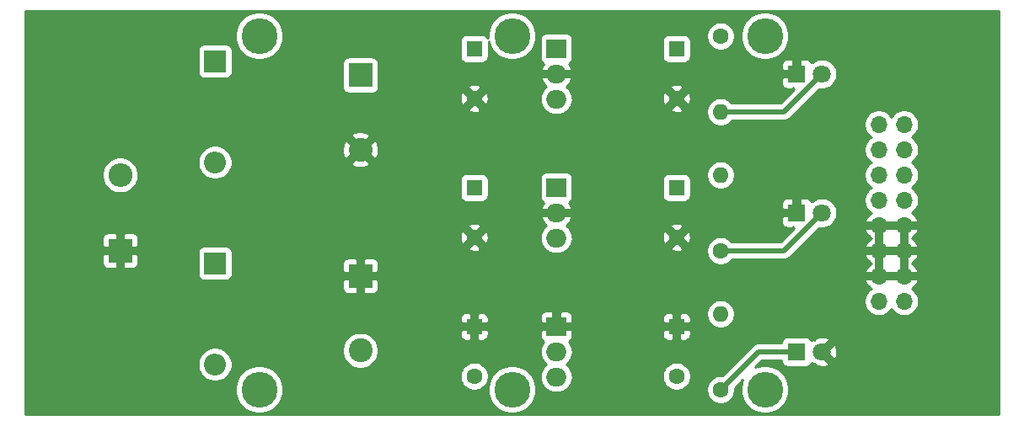
<source format=gbr>
G04 #@! TF.GenerationSoftware,KiCad,Pcbnew,5.1.7-a382d34a8~87~ubuntu16.04.1*
G04 #@! TF.CreationDate,2021-01-01T21:30:34+01:00*
G04 #@! TF.ProjectId,basic-eurorack-power-supply,62617369-632d-4657-9572-6f7261636b2d,rev?*
G04 #@! TF.SameCoordinates,Original*
G04 #@! TF.FileFunction,Copper,L2,Bot*
G04 #@! TF.FilePolarity,Positive*
%FSLAX46Y46*%
G04 Gerber Fmt 4.6, Leading zero omitted, Abs format (unit mm)*
G04 Created by KiCad (PCBNEW 5.1.7-a382d34a8~87~ubuntu16.04.1) date 2021-01-01 21:30:34*
%MOMM*%
%LPD*%
G01*
G04 APERTURE LIST*
G04 #@! TA.AperFunction,ComponentPad*
%ADD10O,1.700000X1.700000*%
G04 #@! TD*
G04 #@! TA.AperFunction,ComponentPad*
%ADD11O,2.400000X2.400000*%
G04 #@! TD*
G04 #@! TA.AperFunction,ComponentPad*
%ADD12R,2.400000X2.400000*%
G04 #@! TD*
G04 #@! TA.AperFunction,ComponentPad*
%ADD13C,2.400000*%
G04 #@! TD*
G04 #@! TA.AperFunction,ComponentPad*
%ADD14O,2.200000X2.200000*%
G04 #@! TD*
G04 #@! TA.AperFunction,ComponentPad*
%ADD15R,2.200000X2.200000*%
G04 #@! TD*
G04 #@! TA.AperFunction,ComponentPad*
%ADD16R,1.800000X1.800000*%
G04 #@! TD*
G04 #@! TA.AperFunction,ComponentPad*
%ADD17C,1.800000*%
G04 #@! TD*
G04 #@! TA.AperFunction,ComponentPad*
%ADD18O,1.600000X1.600000*%
G04 #@! TD*
G04 #@! TA.AperFunction,ComponentPad*
%ADD19C,1.600000*%
G04 #@! TD*
G04 #@! TA.AperFunction,ComponentPad*
%ADD20R,2.000000X1.905000*%
G04 #@! TD*
G04 #@! TA.AperFunction,ComponentPad*
%ADD21O,2.000000X1.905000*%
G04 #@! TD*
G04 #@! TA.AperFunction,ComponentPad*
%ADD22R,1.600000X1.600000*%
G04 #@! TD*
G04 #@! TA.AperFunction,ViaPad*
%ADD23C,3.600000*%
G04 #@! TD*
G04 #@! TA.AperFunction,Conductor*
%ADD24C,0.500000*%
G04 #@! TD*
G04 #@! TA.AperFunction,Conductor*
%ADD25C,0.254000*%
G04 #@! TD*
G04 #@! TA.AperFunction,Conductor*
%ADD26C,0.100000*%
G04 #@! TD*
G04 APERTURE END LIST*
D10*
X86360000Y-12065000D03*
X88900000Y-12065000D03*
X86360000Y-14605000D03*
X88900000Y-14605000D03*
X86360000Y-17145000D03*
X88900000Y-17145000D03*
X86360000Y-19685000D03*
X88900000Y-19685000D03*
X86360000Y-22225000D03*
X88900000Y-22225000D03*
X86360000Y-24765000D03*
X88900000Y-24765000D03*
X86360000Y-27305000D03*
X88900000Y-27305000D03*
X86360000Y-29845000D03*
X88900000Y-29845000D03*
D11*
X10160000Y-17145000D03*
D12*
X10160000Y-24765000D03*
D13*
X34290000Y-14605000D03*
D12*
X34290000Y-7105000D03*
X34290000Y-27305000D03*
D13*
X34290000Y-34805000D03*
D14*
X19685000Y-15875000D03*
D15*
X19685000Y-5715000D03*
X19685000Y-26035000D03*
D14*
X19685000Y-36195000D03*
D16*
X78105000Y-20955000D03*
D17*
X80645000Y-20955000D03*
D16*
X78105000Y-34925000D03*
D17*
X80645000Y-34925000D03*
X80645000Y-6985000D03*
D16*
X78105000Y-6985000D03*
D18*
X70485000Y-17145000D03*
D19*
X70485000Y-24765000D03*
X70485000Y-38735000D03*
D18*
X70485000Y-31115000D03*
D19*
X70485000Y-3175000D03*
D18*
X70485000Y-10795000D03*
D20*
X53975000Y-18415000D03*
D21*
X53975000Y-20955000D03*
X53975000Y-23495000D03*
D20*
X53975000Y-32385000D03*
D21*
X53975000Y-34925000D03*
X53975000Y-37465000D03*
X53975000Y-9525000D03*
X53975000Y-6985000D03*
D20*
X53975000Y-4445000D03*
D19*
X45720000Y-23415000D03*
D22*
X45720000Y-18415000D03*
X45720000Y-32385000D03*
D19*
X45720000Y-37385000D03*
D22*
X45720000Y-4445000D03*
D19*
X45720000Y-9445000D03*
X66040000Y-23415000D03*
D22*
X66040000Y-18415000D03*
X66040000Y-32385000D03*
D19*
X66040000Y-37385000D03*
X66040000Y-9445000D03*
D22*
X66040000Y-4445000D03*
D23*
X49530000Y-3175000D03*
X74930000Y-38735000D03*
X24130000Y-38735000D03*
X24130000Y-3175000D03*
X49530000Y-38735000D03*
X74930000Y-3175000D03*
D24*
X76835000Y-24765000D02*
X80645000Y-20955000D01*
X70485000Y-24765000D02*
X76835000Y-24765000D01*
X74295000Y-34925000D02*
X70485000Y-38735000D01*
X78105000Y-34925000D02*
X74295000Y-34925000D01*
X76835000Y-10795000D02*
X80645000Y-6985000D01*
X70485000Y-10795000D02*
X76835000Y-10795000D01*
D25*
X98400001Y-41250000D02*
X660000Y-41250000D01*
X660000Y-38495173D01*
X21695000Y-38495173D01*
X21695000Y-38974827D01*
X21788576Y-39445263D01*
X21972131Y-39888405D01*
X22238612Y-40287222D01*
X22577778Y-40626388D01*
X22976595Y-40892869D01*
X23419737Y-41076424D01*
X23890173Y-41170000D01*
X24369827Y-41170000D01*
X24840263Y-41076424D01*
X25283405Y-40892869D01*
X25682222Y-40626388D01*
X26021388Y-40287222D01*
X26287869Y-39888405D01*
X26471424Y-39445263D01*
X26565000Y-38974827D01*
X26565000Y-38495173D01*
X26471424Y-38024737D01*
X26287869Y-37581595D01*
X26062072Y-37243665D01*
X44285000Y-37243665D01*
X44285000Y-37526335D01*
X44340147Y-37803574D01*
X44448320Y-38064727D01*
X44605363Y-38299759D01*
X44805241Y-38499637D01*
X45040273Y-38656680D01*
X45301426Y-38764853D01*
X45578665Y-38820000D01*
X45861335Y-38820000D01*
X46138574Y-38764853D01*
X46399727Y-38656680D01*
X46634759Y-38499637D01*
X46639223Y-38495173D01*
X47095000Y-38495173D01*
X47095000Y-38974827D01*
X47188576Y-39445263D01*
X47372131Y-39888405D01*
X47638612Y-40287222D01*
X47977778Y-40626388D01*
X48376595Y-40892869D01*
X48819737Y-41076424D01*
X49290173Y-41170000D01*
X49769827Y-41170000D01*
X50240263Y-41076424D01*
X50683405Y-40892869D01*
X51082222Y-40626388D01*
X51421388Y-40287222D01*
X51687869Y-39888405D01*
X51871424Y-39445263D01*
X51965000Y-38974827D01*
X51965000Y-38495173D01*
X51871424Y-38024737D01*
X51687869Y-37581595D01*
X51421388Y-37182778D01*
X51082222Y-36843612D01*
X50683405Y-36577131D01*
X50240263Y-36393576D01*
X49769827Y-36300000D01*
X49290173Y-36300000D01*
X48819737Y-36393576D01*
X48376595Y-36577131D01*
X47977778Y-36843612D01*
X47638612Y-37182778D01*
X47372131Y-37581595D01*
X47188576Y-38024737D01*
X47095000Y-38495173D01*
X46639223Y-38495173D01*
X46834637Y-38299759D01*
X46991680Y-38064727D01*
X47099853Y-37803574D01*
X47155000Y-37526335D01*
X47155000Y-37243665D01*
X47099853Y-36966426D01*
X46991680Y-36705273D01*
X46834637Y-36470241D01*
X46634759Y-36270363D01*
X46399727Y-36113320D01*
X46138574Y-36005147D01*
X45861335Y-35950000D01*
X45578665Y-35950000D01*
X45301426Y-36005147D01*
X45040273Y-36113320D01*
X44805241Y-36270363D01*
X44605363Y-36470241D01*
X44448320Y-36705273D01*
X44340147Y-36966426D01*
X44285000Y-37243665D01*
X26062072Y-37243665D01*
X26021388Y-37182778D01*
X25682222Y-36843612D01*
X25283405Y-36577131D01*
X24840263Y-36393576D01*
X24369827Y-36300000D01*
X23890173Y-36300000D01*
X23419737Y-36393576D01*
X22976595Y-36577131D01*
X22577778Y-36843612D01*
X22238612Y-37182778D01*
X21972131Y-37581595D01*
X21788576Y-38024737D01*
X21695000Y-38495173D01*
X660000Y-38495173D01*
X660000Y-36024117D01*
X17950000Y-36024117D01*
X17950000Y-36365883D01*
X18016675Y-36701081D01*
X18147463Y-37016831D01*
X18337337Y-37300998D01*
X18579002Y-37542663D01*
X18863169Y-37732537D01*
X19178919Y-37863325D01*
X19514117Y-37930000D01*
X19855883Y-37930000D01*
X20191081Y-37863325D01*
X20506831Y-37732537D01*
X20790998Y-37542663D01*
X21032663Y-37300998D01*
X21222537Y-37016831D01*
X21353325Y-36701081D01*
X21420000Y-36365883D01*
X21420000Y-36024117D01*
X21353325Y-35688919D01*
X21222537Y-35373169D01*
X21032663Y-35089002D01*
X20790998Y-34847337D01*
X20506831Y-34657463D01*
X20426692Y-34624268D01*
X32455000Y-34624268D01*
X32455000Y-34985732D01*
X32525518Y-35340250D01*
X32663844Y-35674199D01*
X32864662Y-35974744D01*
X33120256Y-36230338D01*
X33420801Y-36431156D01*
X33754750Y-36569482D01*
X34109268Y-36640000D01*
X34470732Y-36640000D01*
X34825250Y-36569482D01*
X35159199Y-36431156D01*
X35459744Y-36230338D01*
X35715338Y-35974744D01*
X35916156Y-35674199D01*
X36054482Y-35340250D01*
X36125000Y-34985732D01*
X36125000Y-34925000D01*
X52332319Y-34925000D01*
X52362970Y-35236204D01*
X52453745Y-35535449D01*
X52601155Y-35811235D01*
X52799537Y-36052963D01*
X52972609Y-36195000D01*
X52799537Y-36337037D01*
X52601155Y-36578765D01*
X52453745Y-36854551D01*
X52362970Y-37153796D01*
X52332319Y-37465000D01*
X52362970Y-37776204D01*
X52453745Y-38075449D01*
X52601155Y-38351235D01*
X52799537Y-38592963D01*
X53041265Y-38791345D01*
X53317051Y-38938755D01*
X53616296Y-39029530D01*
X53849514Y-39052500D01*
X54100486Y-39052500D01*
X54333704Y-39029530D01*
X54632949Y-38938755D01*
X54908735Y-38791345D01*
X55150463Y-38592963D01*
X55348845Y-38351235D01*
X55496255Y-38075449D01*
X55587030Y-37776204D01*
X55617681Y-37465000D01*
X55595882Y-37243665D01*
X64605000Y-37243665D01*
X64605000Y-37526335D01*
X64660147Y-37803574D01*
X64768320Y-38064727D01*
X64925363Y-38299759D01*
X65125241Y-38499637D01*
X65360273Y-38656680D01*
X65621426Y-38764853D01*
X65898665Y-38820000D01*
X66181335Y-38820000D01*
X66458574Y-38764853D01*
X66719727Y-38656680D01*
X66814035Y-38593665D01*
X69050000Y-38593665D01*
X69050000Y-38876335D01*
X69105147Y-39153574D01*
X69213320Y-39414727D01*
X69370363Y-39649759D01*
X69570241Y-39849637D01*
X69805273Y-40006680D01*
X70066426Y-40114853D01*
X70343665Y-40170000D01*
X70626335Y-40170000D01*
X70903574Y-40114853D01*
X71164727Y-40006680D01*
X71399759Y-39849637D01*
X71599637Y-39649759D01*
X71756680Y-39414727D01*
X71864853Y-39153574D01*
X71920000Y-38876335D01*
X71920000Y-38593665D01*
X71913017Y-38558561D01*
X72688797Y-37782781D01*
X72588576Y-38024737D01*
X72495000Y-38495173D01*
X72495000Y-38974827D01*
X72588576Y-39445263D01*
X72772131Y-39888405D01*
X73038612Y-40287222D01*
X73377778Y-40626388D01*
X73776595Y-40892869D01*
X74219737Y-41076424D01*
X74690173Y-41170000D01*
X75169827Y-41170000D01*
X75640263Y-41076424D01*
X76083405Y-40892869D01*
X76482222Y-40626388D01*
X76821388Y-40287222D01*
X77087869Y-39888405D01*
X77271424Y-39445263D01*
X77365000Y-38974827D01*
X77365000Y-38495173D01*
X77271424Y-38024737D01*
X77087869Y-37581595D01*
X76821388Y-37182778D01*
X76482222Y-36843612D01*
X76083405Y-36577131D01*
X75640263Y-36393576D01*
X75169827Y-36300000D01*
X74690173Y-36300000D01*
X74219737Y-36393576D01*
X73977782Y-36493797D01*
X74661579Y-35810000D01*
X76566928Y-35810000D01*
X76566928Y-35825000D01*
X76579188Y-35949482D01*
X76615498Y-36069180D01*
X76674463Y-36179494D01*
X76753815Y-36276185D01*
X76850506Y-36355537D01*
X76960820Y-36414502D01*
X77080518Y-36450812D01*
X77205000Y-36463072D01*
X79005000Y-36463072D01*
X79129482Y-36450812D01*
X79249180Y-36414502D01*
X79359494Y-36355537D01*
X79456185Y-36276185D01*
X79535537Y-36179494D01*
X79594502Y-36069180D01*
X79597813Y-36058265D01*
X79774332Y-36234784D01*
X79911103Y-36098013D01*
X80008144Y-36329811D01*
X80294445Y-36427062D01*
X80594219Y-36466591D01*
X80895944Y-36446877D01*
X81188026Y-36368678D01*
X81281856Y-36329811D01*
X81378898Y-36098012D01*
X80645000Y-35364113D01*
X80630858Y-35378256D01*
X80191744Y-34939142D01*
X80205887Y-34925000D01*
X81084113Y-34925000D01*
X81818012Y-35658898D01*
X82049811Y-35561856D01*
X82147062Y-35275555D01*
X82186591Y-34975781D01*
X82166877Y-34674056D01*
X82088678Y-34381974D01*
X82049811Y-34288144D01*
X81818012Y-34191102D01*
X81084113Y-34925000D01*
X80205887Y-34925000D01*
X80191744Y-34910858D01*
X80630858Y-34471744D01*
X80645000Y-34485887D01*
X81378898Y-33751988D01*
X81281856Y-33520189D01*
X80995555Y-33422938D01*
X80695781Y-33383409D01*
X80394056Y-33403123D01*
X80101974Y-33481322D01*
X80008144Y-33520189D01*
X79911103Y-33751987D01*
X79774332Y-33615216D01*
X79597813Y-33791735D01*
X79594502Y-33780820D01*
X79535537Y-33670506D01*
X79456185Y-33573815D01*
X79359494Y-33494463D01*
X79249180Y-33435498D01*
X79129482Y-33399188D01*
X79005000Y-33386928D01*
X77205000Y-33386928D01*
X77080518Y-33399188D01*
X76960820Y-33435498D01*
X76850506Y-33494463D01*
X76753815Y-33573815D01*
X76674463Y-33670506D01*
X76615498Y-33780820D01*
X76579188Y-33900518D01*
X76566928Y-34025000D01*
X76566928Y-34040000D01*
X74338469Y-34040000D01*
X74295000Y-34035719D01*
X74251531Y-34040000D01*
X74251523Y-34040000D01*
X74121510Y-34052805D01*
X73954686Y-34103411D01*
X73800941Y-34185589D01*
X73699953Y-34268468D01*
X73699951Y-34268470D01*
X73666183Y-34296183D01*
X73638470Y-34329951D01*
X70661439Y-37306983D01*
X70626335Y-37300000D01*
X70343665Y-37300000D01*
X70066426Y-37355147D01*
X69805273Y-37463320D01*
X69570241Y-37620363D01*
X69370363Y-37820241D01*
X69213320Y-38055273D01*
X69105147Y-38316426D01*
X69050000Y-38593665D01*
X66814035Y-38593665D01*
X66954759Y-38499637D01*
X67154637Y-38299759D01*
X67311680Y-38064727D01*
X67419853Y-37803574D01*
X67475000Y-37526335D01*
X67475000Y-37243665D01*
X67419853Y-36966426D01*
X67311680Y-36705273D01*
X67154637Y-36470241D01*
X66954759Y-36270363D01*
X66719727Y-36113320D01*
X66458574Y-36005147D01*
X66181335Y-35950000D01*
X65898665Y-35950000D01*
X65621426Y-36005147D01*
X65360273Y-36113320D01*
X65125241Y-36270363D01*
X64925363Y-36470241D01*
X64768320Y-36705273D01*
X64660147Y-36966426D01*
X64605000Y-37243665D01*
X55595882Y-37243665D01*
X55587030Y-37153796D01*
X55496255Y-36854551D01*
X55348845Y-36578765D01*
X55150463Y-36337037D01*
X54977391Y-36195000D01*
X55150463Y-36052963D01*
X55348845Y-35811235D01*
X55496255Y-35535449D01*
X55587030Y-35236204D01*
X55617681Y-34925000D01*
X55587030Y-34613796D01*
X55496255Y-34314551D01*
X55348845Y-34038765D01*
X55245554Y-33912905D01*
X55329494Y-33868037D01*
X55426185Y-33788685D01*
X55505537Y-33691994D01*
X55564502Y-33581680D01*
X55600812Y-33461982D01*
X55613072Y-33337500D01*
X55612103Y-33185000D01*
X64601928Y-33185000D01*
X64614188Y-33309482D01*
X64650498Y-33429180D01*
X64709463Y-33539494D01*
X64788815Y-33636185D01*
X64885506Y-33715537D01*
X64995820Y-33774502D01*
X65115518Y-33810812D01*
X65240000Y-33823072D01*
X65570750Y-33820000D01*
X65729500Y-33661250D01*
X65729500Y-32695500D01*
X66350500Y-32695500D01*
X66350500Y-33661250D01*
X66509250Y-33820000D01*
X66840000Y-33823072D01*
X66964482Y-33810812D01*
X67084180Y-33774502D01*
X67194494Y-33715537D01*
X67291185Y-33636185D01*
X67370537Y-33539494D01*
X67429502Y-33429180D01*
X67465812Y-33309482D01*
X67478072Y-33185000D01*
X67475000Y-32854250D01*
X67316250Y-32695500D01*
X66350500Y-32695500D01*
X65729500Y-32695500D01*
X64763750Y-32695500D01*
X64605000Y-32854250D01*
X64601928Y-33185000D01*
X55612103Y-33185000D01*
X55610000Y-32854250D01*
X55451250Y-32695500D01*
X54285500Y-32695500D01*
X54285500Y-32715500D01*
X53664500Y-32715500D01*
X53664500Y-32695500D01*
X52498750Y-32695500D01*
X52340000Y-32854250D01*
X52336928Y-33337500D01*
X52349188Y-33461982D01*
X52385498Y-33581680D01*
X52444463Y-33691994D01*
X52523815Y-33788685D01*
X52620506Y-33868037D01*
X52704446Y-33912905D01*
X52601155Y-34038765D01*
X52453745Y-34314551D01*
X52362970Y-34613796D01*
X52332319Y-34925000D01*
X36125000Y-34925000D01*
X36125000Y-34624268D01*
X36054482Y-34269750D01*
X35916156Y-33935801D01*
X35715338Y-33635256D01*
X35459744Y-33379662D01*
X35168413Y-33185000D01*
X44281928Y-33185000D01*
X44294188Y-33309482D01*
X44330498Y-33429180D01*
X44389463Y-33539494D01*
X44468815Y-33636185D01*
X44565506Y-33715537D01*
X44675820Y-33774502D01*
X44795518Y-33810812D01*
X44920000Y-33823072D01*
X45250750Y-33820000D01*
X45409500Y-33661250D01*
X45409500Y-32695500D01*
X46030500Y-32695500D01*
X46030500Y-33661250D01*
X46189250Y-33820000D01*
X46520000Y-33823072D01*
X46644482Y-33810812D01*
X46764180Y-33774502D01*
X46874494Y-33715537D01*
X46971185Y-33636185D01*
X47050537Y-33539494D01*
X47109502Y-33429180D01*
X47145812Y-33309482D01*
X47158072Y-33185000D01*
X47155000Y-32854250D01*
X46996250Y-32695500D01*
X46030500Y-32695500D01*
X45409500Y-32695500D01*
X44443750Y-32695500D01*
X44285000Y-32854250D01*
X44281928Y-33185000D01*
X35168413Y-33185000D01*
X35159199Y-33178844D01*
X34825250Y-33040518D01*
X34470732Y-32970000D01*
X34109268Y-32970000D01*
X33754750Y-33040518D01*
X33420801Y-33178844D01*
X33120256Y-33379662D01*
X32864662Y-33635256D01*
X32663844Y-33935801D01*
X32525518Y-34269750D01*
X32455000Y-34624268D01*
X20426692Y-34624268D01*
X20191081Y-34526675D01*
X19855883Y-34460000D01*
X19514117Y-34460000D01*
X19178919Y-34526675D01*
X18863169Y-34657463D01*
X18579002Y-34847337D01*
X18337337Y-35089002D01*
X18147463Y-35373169D01*
X18016675Y-35688919D01*
X17950000Y-36024117D01*
X660000Y-36024117D01*
X660000Y-31585000D01*
X44281928Y-31585000D01*
X44285000Y-31915750D01*
X44443750Y-32074500D01*
X45409500Y-32074500D01*
X45409500Y-31108750D01*
X46030500Y-31108750D01*
X46030500Y-32074500D01*
X46996250Y-32074500D01*
X47155000Y-31915750D01*
X47158072Y-31585000D01*
X47145812Y-31460518D01*
X47137313Y-31432500D01*
X52336928Y-31432500D01*
X52340000Y-31915750D01*
X52498750Y-32074500D01*
X53664500Y-32074500D01*
X53664500Y-30956250D01*
X54285500Y-30956250D01*
X54285500Y-32074500D01*
X55451250Y-32074500D01*
X55610000Y-31915750D01*
X55612102Y-31585000D01*
X64601928Y-31585000D01*
X64605000Y-31915750D01*
X64763750Y-32074500D01*
X65729500Y-32074500D01*
X65729500Y-31108750D01*
X66350500Y-31108750D01*
X66350500Y-32074500D01*
X67316250Y-32074500D01*
X67475000Y-31915750D01*
X67478072Y-31585000D01*
X67465812Y-31460518D01*
X67429502Y-31340820D01*
X67370537Y-31230506D01*
X67291185Y-31133815D01*
X67194494Y-31054463D01*
X67084180Y-30995498D01*
X67012207Y-30973665D01*
X69050000Y-30973665D01*
X69050000Y-31256335D01*
X69105147Y-31533574D01*
X69213320Y-31794727D01*
X69370363Y-32029759D01*
X69570241Y-32229637D01*
X69805273Y-32386680D01*
X70066426Y-32494853D01*
X70343665Y-32550000D01*
X70626335Y-32550000D01*
X70903574Y-32494853D01*
X71164727Y-32386680D01*
X71399759Y-32229637D01*
X71599637Y-32029759D01*
X71756680Y-31794727D01*
X71864853Y-31533574D01*
X71920000Y-31256335D01*
X71920000Y-30973665D01*
X71864853Y-30696426D01*
X71756680Y-30435273D01*
X71599637Y-30200241D01*
X71399759Y-30000363D01*
X71164727Y-29843320D01*
X70903574Y-29735147D01*
X70720547Y-29698740D01*
X84875000Y-29698740D01*
X84875000Y-29991260D01*
X84932068Y-30278158D01*
X85044010Y-30548411D01*
X85206525Y-30791632D01*
X85413368Y-30998475D01*
X85656589Y-31160990D01*
X85926842Y-31272932D01*
X86213740Y-31330000D01*
X86506260Y-31330000D01*
X86793158Y-31272932D01*
X87063411Y-31160990D01*
X87306632Y-30998475D01*
X87513475Y-30791632D01*
X87630000Y-30617240D01*
X87746525Y-30791632D01*
X87953368Y-30998475D01*
X88196589Y-31160990D01*
X88466842Y-31272932D01*
X88753740Y-31330000D01*
X89046260Y-31330000D01*
X89333158Y-31272932D01*
X89603411Y-31160990D01*
X89846632Y-30998475D01*
X90053475Y-30791632D01*
X90215990Y-30548411D01*
X90327932Y-30278158D01*
X90385000Y-29991260D01*
X90385000Y-29698740D01*
X90327932Y-29411842D01*
X90215990Y-29141589D01*
X90053475Y-28898368D01*
X89846632Y-28691525D01*
X89668713Y-28572643D01*
X89693935Y-28559961D01*
X89923511Y-28380958D01*
X90113754Y-28160607D01*
X90257353Y-27907375D01*
X90285724Y-27838848D01*
X90189391Y-27615500D01*
X89210500Y-27615500D01*
X89210500Y-27635500D01*
X88589500Y-27635500D01*
X88589500Y-27615500D01*
X86670500Y-27615500D01*
X86670500Y-27635500D01*
X86049500Y-27635500D01*
X86049500Y-27615500D01*
X85070609Y-27615500D01*
X84974276Y-27838848D01*
X85002647Y-27907375D01*
X85146246Y-28160607D01*
X85336489Y-28380958D01*
X85566065Y-28559961D01*
X85591287Y-28572643D01*
X85413368Y-28691525D01*
X85206525Y-28898368D01*
X85044010Y-29141589D01*
X84932068Y-29411842D01*
X84875000Y-29698740D01*
X70720547Y-29698740D01*
X70626335Y-29680000D01*
X70343665Y-29680000D01*
X70066426Y-29735147D01*
X69805273Y-29843320D01*
X69570241Y-30000363D01*
X69370363Y-30200241D01*
X69213320Y-30435273D01*
X69105147Y-30696426D01*
X69050000Y-30973665D01*
X67012207Y-30973665D01*
X66964482Y-30959188D01*
X66840000Y-30946928D01*
X66509250Y-30950000D01*
X66350500Y-31108750D01*
X65729500Y-31108750D01*
X65570750Y-30950000D01*
X65240000Y-30946928D01*
X65115518Y-30959188D01*
X64995820Y-30995498D01*
X64885506Y-31054463D01*
X64788815Y-31133815D01*
X64709463Y-31230506D01*
X64650498Y-31340820D01*
X64614188Y-31460518D01*
X64601928Y-31585000D01*
X55612102Y-31585000D01*
X55613072Y-31432500D01*
X55600812Y-31308018D01*
X55564502Y-31188320D01*
X55505537Y-31078006D01*
X55426185Y-30981315D01*
X55329494Y-30901963D01*
X55219180Y-30842998D01*
X55099482Y-30806688D01*
X54975000Y-30794428D01*
X54444250Y-30797500D01*
X54285500Y-30956250D01*
X53664500Y-30956250D01*
X53505750Y-30797500D01*
X52975000Y-30794428D01*
X52850518Y-30806688D01*
X52730820Y-30842998D01*
X52620506Y-30901963D01*
X52523815Y-30981315D01*
X52444463Y-31078006D01*
X52385498Y-31188320D01*
X52349188Y-31308018D01*
X52336928Y-31432500D01*
X47137313Y-31432500D01*
X47109502Y-31340820D01*
X47050537Y-31230506D01*
X46971185Y-31133815D01*
X46874494Y-31054463D01*
X46764180Y-30995498D01*
X46644482Y-30959188D01*
X46520000Y-30946928D01*
X46189250Y-30950000D01*
X46030500Y-31108750D01*
X45409500Y-31108750D01*
X45250750Y-30950000D01*
X44920000Y-30946928D01*
X44795518Y-30959188D01*
X44675820Y-30995498D01*
X44565506Y-31054463D01*
X44468815Y-31133815D01*
X44389463Y-31230506D01*
X44330498Y-31340820D01*
X44294188Y-31460518D01*
X44281928Y-31585000D01*
X660000Y-31585000D01*
X660000Y-28505000D01*
X32451928Y-28505000D01*
X32464188Y-28629482D01*
X32500498Y-28749180D01*
X32559463Y-28859494D01*
X32638815Y-28956185D01*
X32735506Y-29035537D01*
X32845820Y-29094502D01*
X32965518Y-29130812D01*
X33090000Y-29143072D01*
X33820750Y-29140000D01*
X33979500Y-28981250D01*
X33979500Y-27615500D01*
X34600500Y-27615500D01*
X34600500Y-28981250D01*
X34759250Y-29140000D01*
X35490000Y-29143072D01*
X35614482Y-29130812D01*
X35734180Y-29094502D01*
X35844494Y-29035537D01*
X35941185Y-28956185D01*
X36020537Y-28859494D01*
X36079502Y-28749180D01*
X36115812Y-28629482D01*
X36128072Y-28505000D01*
X36125000Y-27774250D01*
X35966250Y-27615500D01*
X34600500Y-27615500D01*
X33979500Y-27615500D01*
X32613750Y-27615500D01*
X32455000Y-27774250D01*
X32451928Y-28505000D01*
X660000Y-28505000D01*
X660000Y-25965000D01*
X8321928Y-25965000D01*
X8334188Y-26089482D01*
X8370498Y-26209180D01*
X8429463Y-26319494D01*
X8508815Y-26416185D01*
X8605506Y-26495537D01*
X8715820Y-26554502D01*
X8835518Y-26590812D01*
X8960000Y-26603072D01*
X9690750Y-26600000D01*
X9849500Y-26441250D01*
X9849500Y-25075500D01*
X10470500Y-25075500D01*
X10470500Y-26441250D01*
X10629250Y-26600000D01*
X11360000Y-26603072D01*
X11484482Y-26590812D01*
X11604180Y-26554502D01*
X11714494Y-26495537D01*
X11811185Y-26416185D01*
X11890537Y-26319494D01*
X11949502Y-26209180D01*
X11985812Y-26089482D01*
X11998072Y-25965000D01*
X11995000Y-25234250D01*
X11836250Y-25075500D01*
X10470500Y-25075500D01*
X9849500Y-25075500D01*
X8483750Y-25075500D01*
X8325000Y-25234250D01*
X8321928Y-25965000D01*
X660000Y-25965000D01*
X660000Y-24935000D01*
X17946928Y-24935000D01*
X17946928Y-27135000D01*
X17959188Y-27259482D01*
X17995498Y-27379180D01*
X18054463Y-27489494D01*
X18133815Y-27586185D01*
X18230506Y-27665537D01*
X18340820Y-27724502D01*
X18460518Y-27760812D01*
X18585000Y-27773072D01*
X20785000Y-27773072D01*
X20909482Y-27760812D01*
X21029180Y-27724502D01*
X21139494Y-27665537D01*
X21236185Y-27586185D01*
X21315537Y-27489494D01*
X21374502Y-27379180D01*
X21410812Y-27259482D01*
X21423072Y-27135000D01*
X21423072Y-26105000D01*
X32451928Y-26105000D01*
X32455000Y-26835750D01*
X32613750Y-26994500D01*
X33979500Y-26994500D01*
X33979500Y-25628750D01*
X34600500Y-25628750D01*
X34600500Y-26994500D01*
X35966250Y-26994500D01*
X36125000Y-26835750D01*
X36128072Y-26105000D01*
X36115812Y-25980518D01*
X36079502Y-25860820D01*
X36020537Y-25750506D01*
X35941185Y-25653815D01*
X35844494Y-25574463D01*
X35734180Y-25515498D01*
X35614482Y-25479188D01*
X35490000Y-25466928D01*
X34759250Y-25470000D01*
X34600500Y-25628750D01*
X33979500Y-25628750D01*
X33820750Y-25470000D01*
X33090000Y-25466928D01*
X32965518Y-25479188D01*
X32845820Y-25515498D01*
X32735506Y-25574463D01*
X32638815Y-25653815D01*
X32559463Y-25750506D01*
X32500498Y-25860820D01*
X32464188Y-25980518D01*
X32451928Y-26105000D01*
X21423072Y-26105000D01*
X21423072Y-24935000D01*
X21410812Y-24810518D01*
X21374502Y-24690820D01*
X21315537Y-24580506D01*
X21261735Y-24514947D01*
X45059166Y-24514947D01*
X45143530Y-24736697D01*
X45412457Y-24823765D01*
X45693202Y-24856695D01*
X45974978Y-24834221D01*
X46246955Y-24757207D01*
X46296470Y-24736697D01*
X46380834Y-24514947D01*
X45720000Y-23854113D01*
X45059166Y-24514947D01*
X21261735Y-24514947D01*
X21236185Y-24483815D01*
X21139494Y-24404463D01*
X21029180Y-24345498D01*
X20909482Y-24309188D01*
X20785000Y-24296928D01*
X18585000Y-24296928D01*
X18460518Y-24309188D01*
X18340820Y-24345498D01*
X18230506Y-24404463D01*
X18133815Y-24483815D01*
X18054463Y-24580506D01*
X17995498Y-24690820D01*
X17959188Y-24810518D01*
X17946928Y-24935000D01*
X660000Y-24935000D01*
X660000Y-23565000D01*
X8321928Y-23565000D01*
X8325000Y-24295750D01*
X8483750Y-24454500D01*
X9849500Y-24454500D01*
X9849500Y-23088750D01*
X10470500Y-23088750D01*
X10470500Y-24454500D01*
X11836250Y-24454500D01*
X11995000Y-24295750D01*
X11998072Y-23565000D01*
X11985812Y-23440518D01*
X11969943Y-23388202D01*
X44278305Y-23388202D01*
X44300779Y-23669978D01*
X44377793Y-23941955D01*
X44398303Y-23991470D01*
X44620053Y-24075834D01*
X45280887Y-23415000D01*
X46159113Y-23415000D01*
X46819947Y-24075834D01*
X47041697Y-23991470D01*
X47128765Y-23722543D01*
X47155454Y-23495000D01*
X52332319Y-23495000D01*
X52362970Y-23806204D01*
X52453745Y-24105449D01*
X52601155Y-24381235D01*
X52799537Y-24622963D01*
X53041265Y-24821345D01*
X53317051Y-24968755D01*
X53616296Y-25059530D01*
X53849514Y-25082500D01*
X54100486Y-25082500D01*
X54333704Y-25059530D01*
X54632949Y-24968755D01*
X54908735Y-24821345D01*
X55150463Y-24622963D01*
X55239109Y-24514947D01*
X65379166Y-24514947D01*
X65463530Y-24736697D01*
X65732457Y-24823765D01*
X66013202Y-24856695D01*
X66294978Y-24834221D01*
X66566955Y-24757207D01*
X66616470Y-24736697D01*
X66659472Y-24623665D01*
X69050000Y-24623665D01*
X69050000Y-24906335D01*
X69105147Y-25183574D01*
X69213320Y-25444727D01*
X69370363Y-25679759D01*
X69570241Y-25879637D01*
X69805273Y-26036680D01*
X70066426Y-26144853D01*
X70343665Y-26200000D01*
X70626335Y-26200000D01*
X70903574Y-26144853D01*
X71164727Y-26036680D01*
X71399759Y-25879637D01*
X71599637Y-25679759D01*
X71619521Y-25650000D01*
X76791531Y-25650000D01*
X76835000Y-25654281D01*
X76878469Y-25650000D01*
X76878477Y-25650000D01*
X77008490Y-25637195D01*
X77175313Y-25586589D01*
X77329059Y-25504411D01*
X77463817Y-25393817D01*
X77491534Y-25360044D01*
X77552730Y-25298848D01*
X84974276Y-25298848D01*
X85002647Y-25367375D01*
X85146246Y-25620607D01*
X85336489Y-25840958D01*
X85566065Y-26019961D01*
X85595975Y-26035000D01*
X85566065Y-26050039D01*
X85336489Y-26229042D01*
X85146246Y-26449393D01*
X85002647Y-26702625D01*
X84974276Y-26771152D01*
X85070609Y-26994500D01*
X86049500Y-26994500D01*
X86049500Y-25075500D01*
X86670500Y-25075500D01*
X86670500Y-26994500D01*
X88589500Y-26994500D01*
X88589500Y-25075500D01*
X89210500Y-25075500D01*
X89210500Y-26994500D01*
X90189391Y-26994500D01*
X90285724Y-26771152D01*
X90257353Y-26702625D01*
X90113754Y-26449393D01*
X89923511Y-26229042D01*
X89693935Y-26050039D01*
X89664025Y-26035000D01*
X89693935Y-26019961D01*
X89923511Y-25840958D01*
X90113754Y-25620607D01*
X90257353Y-25367375D01*
X90285724Y-25298848D01*
X90189391Y-25075500D01*
X89210500Y-25075500D01*
X88589500Y-25075500D01*
X86670500Y-25075500D01*
X86049500Y-25075500D01*
X85070609Y-25075500D01*
X84974276Y-25298848D01*
X77552730Y-25298848D01*
X80092730Y-22758848D01*
X84974276Y-22758848D01*
X85002647Y-22827375D01*
X85146246Y-23080607D01*
X85336489Y-23300958D01*
X85566065Y-23479961D01*
X85595975Y-23495000D01*
X85566065Y-23510039D01*
X85336489Y-23689042D01*
X85146246Y-23909393D01*
X85002647Y-24162625D01*
X84974276Y-24231152D01*
X85070609Y-24454500D01*
X86049500Y-24454500D01*
X86049500Y-22535500D01*
X86670500Y-22535500D01*
X86670500Y-24454500D01*
X88589500Y-24454500D01*
X88589500Y-22535500D01*
X89210500Y-22535500D01*
X89210500Y-24454500D01*
X90189391Y-24454500D01*
X90285724Y-24231152D01*
X90257353Y-24162625D01*
X90113754Y-23909393D01*
X89923511Y-23689042D01*
X89693935Y-23510039D01*
X89664025Y-23495000D01*
X89693935Y-23479961D01*
X89923511Y-23300958D01*
X90113754Y-23080607D01*
X90257353Y-22827375D01*
X90285724Y-22758848D01*
X90189391Y-22535500D01*
X89210500Y-22535500D01*
X88589500Y-22535500D01*
X86670500Y-22535500D01*
X86049500Y-22535500D01*
X85070609Y-22535500D01*
X84974276Y-22758848D01*
X80092730Y-22758848D01*
X80383518Y-22468061D01*
X80493816Y-22490000D01*
X80796184Y-22490000D01*
X81092743Y-22431011D01*
X81372095Y-22315299D01*
X81623505Y-22147312D01*
X81837312Y-21933505D01*
X82005299Y-21682095D01*
X82121011Y-21402743D01*
X82180000Y-21106184D01*
X82180000Y-20803816D01*
X82121011Y-20507257D01*
X82005299Y-20227905D01*
X81837312Y-19976495D01*
X81623505Y-19762688D01*
X81372095Y-19594701D01*
X81092743Y-19478989D01*
X80796184Y-19420000D01*
X80493816Y-19420000D01*
X80197257Y-19478989D01*
X79917905Y-19594701D01*
X79666495Y-19762688D01*
X79600056Y-19829127D01*
X79594502Y-19810820D01*
X79535537Y-19700506D01*
X79456185Y-19603815D01*
X79359494Y-19524463D01*
X79249180Y-19465498D01*
X79129482Y-19429188D01*
X79005000Y-19416928D01*
X78574250Y-19420000D01*
X78415500Y-19578750D01*
X78415500Y-20644500D01*
X78435500Y-20644500D01*
X78435500Y-21265500D01*
X78415500Y-21265500D01*
X78415500Y-21285500D01*
X77794500Y-21285500D01*
X77794500Y-21265500D01*
X76728750Y-21265500D01*
X76570000Y-21424250D01*
X76566928Y-21855000D01*
X76579188Y-21979482D01*
X76615498Y-22099180D01*
X76674463Y-22209494D01*
X76753815Y-22306185D01*
X76850506Y-22385537D01*
X76960820Y-22444502D01*
X77080518Y-22480812D01*
X77205000Y-22493072D01*
X77635750Y-22490000D01*
X77794498Y-22331252D01*
X77794498Y-22490000D01*
X77858421Y-22490000D01*
X76468422Y-23880000D01*
X71619521Y-23880000D01*
X71599637Y-23850241D01*
X71399759Y-23650363D01*
X71164727Y-23493320D01*
X70903574Y-23385147D01*
X70626335Y-23330000D01*
X70343665Y-23330000D01*
X70066426Y-23385147D01*
X69805273Y-23493320D01*
X69570241Y-23650363D01*
X69370363Y-23850241D01*
X69213320Y-24085273D01*
X69105147Y-24346426D01*
X69050000Y-24623665D01*
X66659472Y-24623665D01*
X66700834Y-24514947D01*
X66040000Y-23854113D01*
X65379166Y-24514947D01*
X55239109Y-24514947D01*
X55348845Y-24381235D01*
X55496255Y-24105449D01*
X55587030Y-23806204D01*
X55617681Y-23495000D01*
X55607163Y-23388202D01*
X64598305Y-23388202D01*
X64620779Y-23669978D01*
X64697793Y-23941955D01*
X64718303Y-23991470D01*
X64940053Y-24075834D01*
X65600887Y-23415000D01*
X66479113Y-23415000D01*
X67139947Y-24075834D01*
X67361697Y-23991470D01*
X67448765Y-23722543D01*
X67481695Y-23441798D01*
X67459221Y-23160022D01*
X67382207Y-22888045D01*
X67361697Y-22838530D01*
X67139947Y-22754166D01*
X66479113Y-23415000D01*
X65600887Y-23415000D01*
X64940053Y-22754166D01*
X64718303Y-22838530D01*
X64631235Y-23107457D01*
X64598305Y-23388202D01*
X55607163Y-23388202D01*
X55587030Y-23183796D01*
X55496255Y-22884551D01*
X55348845Y-22608765D01*
X55150463Y-22367037D01*
X55087121Y-22315053D01*
X65379166Y-22315053D01*
X66040000Y-22975887D01*
X66700834Y-22315053D01*
X66616470Y-22093303D01*
X66347543Y-22006235D01*
X66066798Y-21973305D01*
X65785022Y-21995779D01*
X65513045Y-22072793D01*
X65463530Y-22093303D01*
X65379166Y-22315053D01*
X55087121Y-22315053D01*
X54967424Y-22216820D01*
X55062666Y-22149047D01*
X55275627Y-21923177D01*
X55440430Y-21660101D01*
X55511598Y-21505220D01*
X55417103Y-21265500D01*
X54285500Y-21265500D01*
X54285500Y-21285500D01*
X53664500Y-21285500D01*
X53664500Y-21265500D01*
X52532897Y-21265500D01*
X52438402Y-21505220D01*
X52509570Y-21660101D01*
X52674373Y-21923177D01*
X52887334Y-22149047D01*
X52982576Y-22216820D01*
X52799537Y-22367037D01*
X52601155Y-22608765D01*
X52453745Y-22884551D01*
X52362970Y-23183796D01*
X52332319Y-23495000D01*
X47155454Y-23495000D01*
X47161695Y-23441798D01*
X47139221Y-23160022D01*
X47062207Y-22888045D01*
X47041697Y-22838530D01*
X46819947Y-22754166D01*
X46159113Y-23415000D01*
X45280887Y-23415000D01*
X44620053Y-22754166D01*
X44398303Y-22838530D01*
X44311235Y-23107457D01*
X44278305Y-23388202D01*
X11969943Y-23388202D01*
X11949502Y-23320820D01*
X11890537Y-23210506D01*
X11811185Y-23113815D01*
X11714494Y-23034463D01*
X11604180Y-22975498D01*
X11484482Y-22939188D01*
X11360000Y-22926928D01*
X10629250Y-22930000D01*
X10470500Y-23088750D01*
X9849500Y-23088750D01*
X9690750Y-22930000D01*
X8960000Y-22926928D01*
X8835518Y-22939188D01*
X8715820Y-22975498D01*
X8605506Y-23034463D01*
X8508815Y-23113815D01*
X8429463Y-23210506D01*
X8370498Y-23320820D01*
X8334188Y-23440518D01*
X8321928Y-23565000D01*
X660000Y-23565000D01*
X660000Y-22315053D01*
X45059166Y-22315053D01*
X45720000Y-22975887D01*
X46380834Y-22315053D01*
X46296470Y-22093303D01*
X46027543Y-22006235D01*
X45746798Y-21973305D01*
X45465022Y-21995779D01*
X45193045Y-22072793D01*
X45143530Y-22093303D01*
X45059166Y-22315053D01*
X660000Y-22315053D01*
X660000Y-16964268D01*
X8325000Y-16964268D01*
X8325000Y-17325732D01*
X8395518Y-17680250D01*
X8533844Y-18014199D01*
X8734662Y-18314744D01*
X8990256Y-18570338D01*
X9290801Y-18771156D01*
X9624750Y-18909482D01*
X9979268Y-18980000D01*
X10340732Y-18980000D01*
X10695250Y-18909482D01*
X11029199Y-18771156D01*
X11329744Y-18570338D01*
X11585338Y-18314744D01*
X11786156Y-18014199D01*
X11924482Y-17680250D01*
X11937461Y-17615000D01*
X44281928Y-17615000D01*
X44281928Y-19215000D01*
X44294188Y-19339482D01*
X44330498Y-19459180D01*
X44389463Y-19569494D01*
X44468815Y-19666185D01*
X44565506Y-19745537D01*
X44675820Y-19804502D01*
X44795518Y-19840812D01*
X44920000Y-19853072D01*
X46520000Y-19853072D01*
X46644482Y-19840812D01*
X46764180Y-19804502D01*
X46874494Y-19745537D01*
X46971185Y-19666185D01*
X47050537Y-19569494D01*
X47109502Y-19459180D01*
X47145812Y-19339482D01*
X47158072Y-19215000D01*
X47158072Y-17615000D01*
X47145812Y-17490518D01*
X47137313Y-17462500D01*
X52336928Y-17462500D01*
X52336928Y-19367500D01*
X52349188Y-19491982D01*
X52385498Y-19611680D01*
X52444463Y-19721994D01*
X52523815Y-19818685D01*
X52620506Y-19898037D01*
X52711983Y-19946933D01*
X52674373Y-19986823D01*
X52509570Y-20249899D01*
X52438402Y-20404780D01*
X52532897Y-20644500D01*
X53664500Y-20644500D01*
X53664500Y-20624500D01*
X54285500Y-20624500D01*
X54285500Y-20644500D01*
X55417103Y-20644500D01*
X55511598Y-20404780D01*
X55440430Y-20249899D01*
X55318337Y-20055000D01*
X76566928Y-20055000D01*
X76570000Y-20485750D01*
X76728750Y-20644500D01*
X77794500Y-20644500D01*
X77794500Y-19578750D01*
X77635750Y-19420000D01*
X77205000Y-19416928D01*
X77080518Y-19429188D01*
X76960820Y-19465498D01*
X76850506Y-19524463D01*
X76753815Y-19603815D01*
X76674463Y-19700506D01*
X76615498Y-19810820D01*
X76579188Y-19930518D01*
X76566928Y-20055000D01*
X55318337Y-20055000D01*
X55275627Y-19986823D01*
X55238017Y-19946933D01*
X55329494Y-19898037D01*
X55426185Y-19818685D01*
X55505537Y-19721994D01*
X55564502Y-19611680D01*
X55600812Y-19491982D01*
X55613072Y-19367500D01*
X55613072Y-17615000D01*
X64601928Y-17615000D01*
X64601928Y-19215000D01*
X64614188Y-19339482D01*
X64650498Y-19459180D01*
X64709463Y-19569494D01*
X64788815Y-19666185D01*
X64885506Y-19745537D01*
X64995820Y-19804502D01*
X65115518Y-19840812D01*
X65240000Y-19853072D01*
X66840000Y-19853072D01*
X66964482Y-19840812D01*
X67084180Y-19804502D01*
X67194494Y-19745537D01*
X67291185Y-19666185D01*
X67370537Y-19569494D01*
X67429502Y-19459180D01*
X67465812Y-19339482D01*
X67478072Y-19215000D01*
X67478072Y-17615000D01*
X67465812Y-17490518D01*
X67429502Y-17370820D01*
X67370537Y-17260506D01*
X67291185Y-17163815D01*
X67194494Y-17084463D01*
X67084180Y-17025498D01*
X67012207Y-17003665D01*
X69050000Y-17003665D01*
X69050000Y-17286335D01*
X69105147Y-17563574D01*
X69213320Y-17824727D01*
X69370363Y-18059759D01*
X69570241Y-18259637D01*
X69805273Y-18416680D01*
X70066426Y-18524853D01*
X70343665Y-18580000D01*
X70626335Y-18580000D01*
X70903574Y-18524853D01*
X71164727Y-18416680D01*
X71399759Y-18259637D01*
X71599637Y-18059759D01*
X71756680Y-17824727D01*
X71864853Y-17563574D01*
X71920000Y-17286335D01*
X71920000Y-17003665D01*
X71864853Y-16726426D01*
X71756680Y-16465273D01*
X71599637Y-16230241D01*
X71399759Y-16030363D01*
X71164727Y-15873320D01*
X70903574Y-15765147D01*
X70626335Y-15710000D01*
X70343665Y-15710000D01*
X70066426Y-15765147D01*
X69805273Y-15873320D01*
X69570241Y-16030363D01*
X69370363Y-16230241D01*
X69213320Y-16465273D01*
X69105147Y-16726426D01*
X69050000Y-17003665D01*
X67012207Y-17003665D01*
X66964482Y-16989188D01*
X66840000Y-16976928D01*
X65240000Y-16976928D01*
X65115518Y-16989188D01*
X64995820Y-17025498D01*
X64885506Y-17084463D01*
X64788815Y-17163815D01*
X64709463Y-17260506D01*
X64650498Y-17370820D01*
X64614188Y-17490518D01*
X64601928Y-17615000D01*
X55613072Y-17615000D01*
X55613072Y-17462500D01*
X55600812Y-17338018D01*
X55564502Y-17218320D01*
X55505537Y-17108006D01*
X55426185Y-17011315D01*
X55329494Y-16931963D01*
X55219180Y-16872998D01*
X55099482Y-16836688D01*
X54975000Y-16824428D01*
X52975000Y-16824428D01*
X52850518Y-16836688D01*
X52730820Y-16872998D01*
X52620506Y-16931963D01*
X52523815Y-17011315D01*
X52444463Y-17108006D01*
X52385498Y-17218320D01*
X52349188Y-17338018D01*
X52336928Y-17462500D01*
X47137313Y-17462500D01*
X47109502Y-17370820D01*
X47050537Y-17260506D01*
X46971185Y-17163815D01*
X46874494Y-17084463D01*
X46764180Y-17025498D01*
X46644482Y-16989188D01*
X46520000Y-16976928D01*
X44920000Y-16976928D01*
X44795518Y-16989188D01*
X44675820Y-17025498D01*
X44565506Y-17084463D01*
X44468815Y-17163815D01*
X44389463Y-17260506D01*
X44330498Y-17370820D01*
X44294188Y-17490518D01*
X44281928Y-17615000D01*
X11937461Y-17615000D01*
X11995000Y-17325732D01*
X11995000Y-16964268D01*
X11924482Y-16609750D01*
X11786156Y-16275801D01*
X11585338Y-15975256D01*
X11329744Y-15719662D01*
X11306480Y-15704117D01*
X17950000Y-15704117D01*
X17950000Y-16045883D01*
X18016675Y-16381081D01*
X18147463Y-16696831D01*
X18337337Y-16980998D01*
X18579002Y-17222663D01*
X18863169Y-17412537D01*
X19178919Y-17543325D01*
X19514117Y-17610000D01*
X19855883Y-17610000D01*
X20191081Y-17543325D01*
X20506831Y-17412537D01*
X20790998Y-17222663D01*
X21032663Y-16980998D01*
X21222537Y-16696831D01*
X21353325Y-16381081D01*
X21420000Y-16045883D01*
X21420000Y-15995721D01*
X33338393Y-15995721D01*
X33472872Y-16257934D01*
X33811044Y-16385587D01*
X34167622Y-16444813D01*
X34528904Y-16433336D01*
X34881003Y-16351597D01*
X35107128Y-16257934D01*
X35241607Y-15995721D01*
X34290000Y-15044113D01*
X33338393Y-15995721D01*
X21420000Y-15995721D01*
X21420000Y-15704117D01*
X21353325Y-15368919D01*
X21222537Y-15053169D01*
X21032663Y-14769002D01*
X20790998Y-14527337D01*
X20724078Y-14482622D01*
X32450187Y-14482622D01*
X32461664Y-14843904D01*
X32543403Y-15196003D01*
X32637066Y-15422128D01*
X32899279Y-15556607D01*
X33850887Y-14605000D01*
X34729113Y-14605000D01*
X35680721Y-15556607D01*
X35942934Y-15422128D01*
X36070587Y-15083956D01*
X36129813Y-14727378D01*
X36118336Y-14366096D01*
X36036597Y-14013997D01*
X35942934Y-13787872D01*
X35680721Y-13653393D01*
X34729113Y-14605000D01*
X33850887Y-14605000D01*
X32899279Y-13653393D01*
X32637066Y-13787872D01*
X32509413Y-14126044D01*
X32450187Y-14482622D01*
X20724078Y-14482622D01*
X20506831Y-14337463D01*
X20191081Y-14206675D01*
X19855883Y-14140000D01*
X19514117Y-14140000D01*
X19178919Y-14206675D01*
X18863169Y-14337463D01*
X18579002Y-14527337D01*
X18337337Y-14769002D01*
X18147463Y-15053169D01*
X18016675Y-15368919D01*
X17950000Y-15704117D01*
X11306480Y-15704117D01*
X11029199Y-15518844D01*
X10695250Y-15380518D01*
X10340732Y-15310000D01*
X9979268Y-15310000D01*
X9624750Y-15380518D01*
X9290801Y-15518844D01*
X8990256Y-15719662D01*
X8734662Y-15975256D01*
X8533844Y-16275801D01*
X8395518Y-16609750D01*
X8325000Y-16964268D01*
X660000Y-16964268D01*
X660000Y-13214279D01*
X33338393Y-13214279D01*
X34290000Y-14165887D01*
X35241607Y-13214279D01*
X35107128Y-12952066D01*
X34768956Y-12824413D01*
X34412378Y-12765187D01*
X34051096Y-12776664D01*
X33698997Y-12858403D01*
X33472872Y-12952066D01*
X33338393Y-13214279D01*
X660000Y-13214279D01*
X660000Y-10544947D01*
X45059166Y-10544947D01*
X45143530Y-10766697D01*
X45412457Y-10853765D01*
X45693202Y-10886695D01*
X45974978Y-10864221D01*
X46246955Y-10787207D01*
X46296470Y-10766697D01*
X46380834Y-10544947D01*
X45720000Y-9884113D01*
X45059166Y-10544947D01*
X660000Y-10544947D01*
X660000Y-9418202D01*
X44278305Y-9418202D01*
X44300779Y-9699978D01*
X44377793Y-9971955D01*
X44398303Y-10021470D01*
X44620053Y-10105834D01*
X45280887Y-9445000D01*
X46159113Y-9445000D01*
X46819947Y-10105834D01*
X47041697Y-10021470D01*
X47128765Y-9752543D01*
X47155454Y-9525000D01*
X52332319Y-9525000D01*
X52362970Y-9836204D01*
X52453745Y-10135449D01*
X52601155Y-10411235D01*
X52799537Y-10652963D01*
X53041265Y-10851345D01*
X53317051Y-10998755D01*
X53616296Y-11089530D01*
X53849514Y-11112500D01*
X54100486Y-11112500D01*
X54333704Y-11089530D01*
X54632949Y-10998755D01*
X54908735Y-10851345D01*
X55150463Y-10652963D01*
X55239109Y-10544947D01*
X65379166Y-10544947D01*
X65463530Y-10766697D01*
X65732457Y-10853765D01*
X66013202Y-10886695D01*
X66294978Y-10864221D01*
X66566955Y-10787207D01*
X66616470Y-10766697D01*
X66659472Y-10653665D01*
X69050000Y-10653665D01*
X69050000Y-10936335D01*
X69105147Y-11213574D01*
X69213320Y-11474727D01*
X69370363Y-11709759D01*
X69570241Y-11909637D01*
X69805273Y-12066680D01*
X70066426Y-12174853D01*
X70343665Y-12230000D01*
X70626335Y-12230000D01*
X70903574Y-12174853D01*
X71164727Y-12066680D01*
X71386135Y-11918740D01*
X84875000Y-11918740D01*
X84875000Y-12211260D01*
X84932068Y-12498158D01*
X85044010Y-12768411D01*
X85206525Y-13011632D01*
X85413368Y-13218475D01*
X85587760Y-13335000D01*
X85413368Y-13451525D01*
X85206525Y-13658368D01*
X85044010Y-13901589D01*
X84932068Y-14171842D01*
X84875000Y-14458740D01*
X84875000Y-14751260D01*
X84932068Y-15038158D01*
X85044010Y-15308411D01*
X85206525Y-15551632D01*
X85413368Y-15758475D01*
X85587760Y-15875000D01*
X85413368Y-15991525D01*
X85206525Y-16198368D01*
X85044010Y-16441589D01*
X84932068Y-16711842D01*
X84875000Y-16998740D01*
X84875000Y-17291260D01*
X84932068Y-17578158D01*
X85044010Y-17848411D01*
X85206525Y-18091632D01*
X85413368Y-18298475D01*
X85587760Y-18415000D01*
X85413368Y-18531525D01*
X85206525Y-18738368D01*
X85044010Y-18981589D01*
X84932068Y-19251842D01*
X84875000Y-19538740D01*
X84875000Y-19831260D01*
X84932068Y-20118158D01*
X85044010Y-20388411D01*
X85206525Y-20631632D01*
X85413368Y-20838475D01*
X85591287Y-20957357D01*
X85566065Y-20970039D01*
X85336489Y-21149042D01*
X85146246Y-21369393D01*
X85002647Y-21622625D01*
X84974276Y-21691152D01*
X85070609Y-21914500D01*
X86049500Y-21914500D01*
X86049500Y-21894500D01*
X86670500Y-21894500D01*
X86670500Y-21914500D01*
X88589500Y-21914500D01*
X88589500Y-21894500D01*
X89210500Y-21894500D01*
X89210500Y-21914500D01*
X90189391Y-21914500D01*
X90285724Y-21691152D01*
X90257353Y-21622625D01*
X90113754Y-21369393D01*
X89923511Y-21149042D01*
X89693935Y-20970039D01*
X89668713Y-20957357D01*
X89846632Y-20838475D01*
X90053475Y-20631632D01*
X90215990Y-20388411D01*
X90327932Y-20118158D01*
X90385000Y-19831260D01*
X90385000Y-19538740D01*
X90327932Y-19251842D01*
X90215990Y-18981589D01*
X90053475Y-18738368D01*
X89846632Y-18531525D01*
X89672240Y-18415000D01*
X89846632Y-18298475D01*
X90053475Y-18091632D01*
X90215990Y-17848411D01*
X90327932Y-17578158D01*
X90385000Y-17291260D01*
X90385000Y-16998740D01*
X90327932Y-16711842D01*
X90215990Y-16441589D01*
X90053475Y-16198368D01*
X89846632Y-15991525D01*
X89672240Y-15875000D01*
X89846632Y-15758475D01*
X90053475Y-15551632D01*
X90215990Y-15308411D01*
X90327932Y-15038158D01*
X90385000Y-14751260D01*
X90385000Y-14458740D01*
X90327932Y-14171842D01*
X90215990Y-13901589D01*
X90053475Y-13658368D01*
X89846632Y-13451525D01*
X89672240Y-13335000D01*
X89846632Y-13218475D01*
X90053475Y-13011632D01*
X90215990Y-12768411D01*
X90327932Y-12498158D01*
X90385000Y-12211260D01*
X90385000Y-11918740D01*
X90327932Y-11631842D01*
X90215990Y-11361589D01*
X90053475Y-11118368D01*
X89846632Y-10911525D01*
X89603411Y-10749010D01*
X89333158Y-10637068D01*
X89046260Y-10580000D01*
X88753740Y-10580000D01*
X88466842Y-10637068D01*
X88196589Y-10749010D01*
X87953368Y-10911525D01*
X87746525Y-11118368D01*
X87630000Y-11292760D01*
X87513475Y-11118368D01*
X87306632Y-10911525D01*
X87063411Y-10749010D01*
X86793158Y-10637068D01*
X86506260Y-10580000D01*
X86213740Y-10580000D01*
X85926842Y-10637068D01*
X85656589Y-10749010D01*
X85413368Y-10911525D01*
X85206525Y-11118368D01*
X85044010Y-11361589D01*
X84932068Y-11631842D01*
X84875000Y-11918740D01*
X71386135Y-11918740D01*
X71399759Y-11909637D01*
X71599637Y-11709759D01*
X71619521Y-11680000D01*
X76791531Y-11680000D01*
X76835000Y-11684281D01*
X76878469Y-11680000D01*
X76878477Y-11680000D01*
X77008490Y-11667195D01*
X77175313Y-11616589D01*
X77329059Y-11534411D01*
X77463817Y-11423817D01*
X77491534Y-11390044D01*
X80383518Y-8498061D01*
X80493816Y-8520000D01*
X80796184Y-8520000D01*
X81092743Y-8461011D01*
X81372095Y-8345299D01*
X81623505Y-8177312D01*
X81837312Y-7963505D01*
X82005299Y-7712095D01*
X82121011Y-7432743D01*
X82180000Y-7136184D01*
X82180000Y-6833816D01*
X82121011Y-6537257D01*
X82005299Y-6257905D01*
X81837312Y-6006495D01*
X81623505Y-5792688D01*
X81372095Y-5624701D01*
X81092743Y-5508989D01*
X80796184Y-5450000D01*
X80493816Y-5450000D01*
X80197257Y-5508989D01*
X79917905Y-5624701D01*
X79666495Y-5792688D01*
X79600056Y-5859127D01*
X79594502Y-5840820D01*
X79535537Y-5730506D01*
X79456185Y-5633815D01*
X79359494Y-5554463D01*
X79249180Y-5495498D01*
X79129482Y-5459188D01*
X79005000Y-5446928D01*
X78574250Y-5450000D01*
X78415500Y-5608750D01*
X78415500Y-6674500D01*
X78435500Y-6674500D01*
X78435500Y-7295500D01*
X78415500Y-7295500D01*
X78415500Y-7315500D01*
X77794500Y-7315500D01*
X77794500Y-7295500D01*
X76728750Y-7295500D01*
X76570000Y-7454250D01*
X76566928Y-7885000D01*
X76579188Y-8009482D01*
X76615498Y-8129180D01*
X76674463Y-8239494D01*
X76753815Y-8336185D01*
X76850506Y-8415537D01*
X76960820Y-8474502D01*
X77080518Y-8510812D01*
X77205000Y-8523072D01*
X77635750Y-8520000D01*
X77794498Y-8361252D01*
X77794498Y-8520000D01*
X77858421Y-8520000D01*
X76468422Y-9910000D01*
X71619521Y-9910000D01*
X71599637Y-9880241D01*
X71399759Y-9680363D01*
X71164727Y-9523320D01*
X70903574Y-9415147D01*
X70626335Y-9360000D01*
X70343665Y-9360000D01*
X70066426Y-9415147D01*
X69805273Y-9523320D01*
X69570241Y-9680363D01*
X69370363Y-9880241D01*
X69213320Y-10115273D01*
X69105147Y-10376426D01*
X69050000Y-10653665D01*
X66659472Y-10653665D01*
X66700834Y-10544947D01*
X66040000Y-9884113D01*
X65379166Y-10544947D01*
X55239109Y-10544947D01*
X55348845Y-10411235D01*
X55496255Y-10135449D01*
X55587030Y-9836204D01*
X55617681Y-9525000D01*
X55607163Y-9418202D01*
X64598305Y-9418202D01*
X64620779Y-9699978D01*
X64697793Y-9971955D01*
X64718303Y-10021470D01*
X64940053Y-10105834D01*
X65600887Y-9445000D01*
X66479113Y-9445000D01*
X67139947Y-10105834D01*
X67361697Y-10021470D01*
X67448765Y-9752543D01*
X67481695Y-9471798D01*
X67459221Y-9190022D01*
X67382207Y-8918045D01*
X67361697Y-8868530D01*
X67139947Y-8784166D01*
X66479113Y-9445000D01*
X65600887Y-9445000D01*
X64940053Y-8784166D01*
X64718303Y-8868530D01*
X64631235Y-9137457D01*
X64598305Y-9418202D01*
X55607163Y-9418202D01*
X55587030Y-9213796D01*
X55496255Y-8914551D01*
X55348845Y-8638765D01*
X55150463Y-8397037D01*
X55087121Y-8345053D01*
X65379166Y-8345053D01*
X66040000Y-9005887D01*
X66700834Y-8345053D01*
X66616470Y-8123303D01*
X66347543Y-8036235D01*
X66066798Y-8003305D01*
X65785022Y-8025779D01*
X65513045Y-8102793D01*
X65463530Y-8123303D01*
X65379166Y-8345053D01*
X55087121Y-8345053D01*
X54967424Y-8246820D01*
X55062666Y-8179047D01*
X55275627Y-7953177D01*
X55440430Y-7690101D01*
X55511598Y-7535220D01*
X55417103Y-7295500D01*
X54285500Y-7295500D01*
X54285500Y-7315500D01*
X53664500Y-7315500D01*
X53664500Y-7295500D01*
X52532897Y-7295500D01*
X52438402Y-7535220D01*
X52509570Y-7690101D01*
X52674373Y-7953177D01*
X52887334Y-8179047D01*
X52982576Y-8246820D01*
X52799537Y-8397037D01*
X52601155Y-8638765D01*
X52453745Y-8914551D01*
X52362970Y-9213796D01*
X52332319Y-9525000D01*
X47155454Y-9525000D01*
X47161695Y-9471798D01*
X47139221Y-9190022D01*
X47062207Y-8918045D01*
X47041697Y-8868530D01*
X46819947Y-8784166D01*
X46159113Y-9445000D01*
X45280887Y-9445000D01*
X44620053Y-8784166D01*
X44398303Y-8868530D01*
X44311235Y-9137457D01*
X44278305Y-9418202D01*
X660000Y-9418202D01*
X660000Y-4615000D01*
X17946928Y-4615000D01*
X17946928Y-6815000D01*
X17959188Y-6939482D01*
X17995498Y-7059180D01*
X18054463Y-7169494D01*
X18133815Y-7266185D01*
X18230506Y-7345537D01*
X18340820Y-7404502D01*
X18460518Y-7440812D01*
X18585000Y-7453072D01*
X20785000Y-7453072D01*
X20909482Y-7440812D01*
X21029180Y-7404502D01*
X21139494Y-7345537D01*
X21236185Y-7266185D01*
X21315537Y-7169494D01*
X21374502Y-7059180D01*
X21410812Y-6939482D01*
X21423072Y-6815000D01*
X21423072Y-5905000D01*
X32451928Y-5905000D01*
X32451928Y-8305000D01*
X32464188Y-8429482D01*
X32500498Y-8549180D01*
X32559463Y-8659494D01*
X32638815Y-8756185D01*
X32735506Y-8835537D01*
X32845820Y-8894502D01*
X32965518Y-8930812D01*
X33090000Y-8943072D01*
X35490000Y-8943072D01*
X35614482Y-8930812D01*
X35734180Y-8894502D01*
X35844494Y-8835537D01*
X35941185Y-8756185D01*
X36020537Y-8659494D01*
X36079502Y-8549180D01*
X36115812Y-8429482D01*
X36124127Y-8345053D01*
X45059166Y-8345053D01*
X45720000Y-9005887D01*
X46380834Y-8345053D01*
X46296470Y-8123303D01*
X46027543Y-8036235D01*
X45746798Y-8003305D01*
X45465022Y-8025779D01*
X45193045Y-8102793D01*
X45143530Y-8123303D01*
X45059166Y-8345053D01*
X36124127Y-8345053D01*
X36128072Y-8305000D01*
X36128072Y-5905000D01*
X36115812Y-5780518D01*
X36079502Y-5660820D01*
X36020537Y-5550506D01*
X35941185Y-5453815D01*
X35844494Y-5374463D01*
X35734180Y-5315498D01*
X35614482Y-5279188D01*
X35490000Y-5266928D01*
X33090000Y-5266928D01*
X32965518Y-5279188D01*
X32845820Y-5315498D01*
X32735506Y-5374463D01*
X32638815Y-5453815D01*
X32559463Y-5550506D01*
X32500498Y-5660820D01*
X32464188Y-5780518D01*
X32451928Y-5905000D01*
X21423072Y-5905000D01*
X21423072Y-4615000D01*
X21410812Y-4490518D01*
X21374502Y-4370820D01*
X21315537Y-4260506D01*
X21236185Y-4163815D01*
X21139494Y-4084463D01*
X21029180Y-4025498D01*
X20909482Y-3989188D01*
X20785000Y-3976928D01*
X18585000Y-3976928D01*
X18460518Y-3989188D01*
X18340820Y-4025498D01*
X18230506Y-4084463D01*
X18133815Y-4163815D01*
X18054463Y-4260506D01*
X17995498Y-4370820D01*
X17959188Y-4490518D01*
X17946928Y-4615000D01*
X660000Y-4615000D01*
X660000Y-2935173D01*
X21695000Y-2935173D01*
X21695000Y-3414827D01*
X21788576Y-3885263D01*
X21972131Y-4328405D01*
X22238612Y-4727222D01*
X22577778Y-5066388D01*
X22976595Y-5332869D01*
X23419737Y-5516424D01*
X23890173Y-5610000D01*
X24369827Y-5610000D01*
X24840263Y-5516424D01*
X25283405Y-5332869D01*
X25682222Y-5066388D01*
X26021388Y-4727222D01*
X26287869Y-4328405D01*
X26471424Y-3885263D01*
X26519215Y-3645000D01*
X44281928Y-3645000D01*
X44281928Y-5245000D01*
X44294188Y-5369482D01*
X44330498Y-5489180D01*
X44389463Y-5599494D01*
X44468815Y-5696185D01*
X44565506Y-5775537D01*
X44675820Y-5834502D01*
X44795518Y-5870812D01*
X44920000Y-5883072D01*
X46520000Y-5883072D01*
X46644482Y-5870812D01*
X46764180Y-5834502D01*
X46874494Y-5775537D01*
X46971185Y-5696185D01*
X47050537Y-5599494D01*
X47109502Y-5489180D01*
X47145812Y-5369482D01*
X47158072Y-5245000D01*
X47158072Y-3731910D01*
X47188576Y-3885263D01*
X47372131Y-4328405D01*
X47638612Y-4727222D01*
X47977778Y-5066388D01*
X48376595Y-5332869D01*
X48819737Y-5516424D01*
X49290173Y-5610000D01*
X49769827Y-5610000D01*
X50240263Y-5516424D01*
X50683405Y-5332869D01*
X51082222Y-5066388D01*
X51421388Y-4727222D01*
X51687869Y-4328405D01*
X51871424Y-3885263D01*
X51949549Y-3492500D01*
X52336928Y-3492500D01*
X52336928Y-5397500D01*
X52349188Y-5521982D01*
X52385498Y-5641680D01*
X52444463Y-5751994D01*
X52523815Y-5848685D01*
X52620506Y-5928037D01*
X52711983Y-5976933D01*
X52674373Y-6016823D01*
X52509570Y-6279899D01*
X52438402Y-6434780D01*
X52532897Y-6674500D01*
X53664500Y-6674500D01*
X53664500Y-6654500D01*
X54285500Y-6654500D01*
X54285500Y-6674500D01*
X55417103Y-6674500D01*
X55511598Y-6434780D01*
X55440430Y-6279899D01*
X55318337Y-6085000D01*
X76566928Y-6085000D01*
X76570000Y-6515750D01*
X76728750Y-6674500D01*
X77794500Y-6674500D01*
X77794500Y-5608750D01*
X77635750Y-5450000D01*
X77205000Y-5446928D01*
X77080518Y-5459188D01*
X76960820Y-5495498D01*
X76850506Y-5554463D01*
X76753815Y-5633815D01*
X76674463Y-5730506D01*
X76615498Y-5840820D01*
X76579188Y-5960518D01*
X76566928Y-6085000D01*
X55318337Y-6085000D01*
X55275627Y-6016823D01*
X55238017Y-5976933D01*
X55329494Y-5928037D01*
X55426185Y-5848685D01*
X55505537Y-5751994D01*
X55564502Y-5641680D01*
X55600812Y-5521982D01*
X55613072Y-5397500D01*
X55613072Y-3645000D01*
X64601928Y-3645000D01*
X64601928Y-5245000D01*
X64614188Y-5369482D01*
X64650498Y-5489180D01*
X64709463Y-5599494D01*
X64788815Y-5696185D01*
X64885506Y-5775537D01*
X64995820Y-5834502D01*
X65115518Y-5870812D01*
X65240000Y-5883072D01*
X66840000Y-5883072D01*
X66964482Y-5870812D01*
X67084180Y-5834502D01*
X67194494Y-5775537D01*
X67291185Y-5696185D01*
X67370537Y-5599494D01*
X67429502Y-5489180D01*
X67465812Y-5369482D01*
X67478072Y-5245000D01*
X67478072Y-3645000D01*
X67465812Y-3520518D01*
X67429502Y-3400820D01*
X67370537Y-3290506D01*
X67291185Y-3193815D01*
X67194494Y-3114463D01*
X67084180Y-3055498D01*
X67012207Y-3033665D01*
X69050000Y-3033665D01*
X69050000Y-3316335D01*
X69105147Y-3593574D01*
X69213320Y-3854727D01*
X69370363Y-4089759D01*
X69570241Y-4289637D01*
X69805273Y-4446680D01*
X70066426Y-4554853D01*
X70343665Y-4610000D01*
X70626335Y-4610000D01*
X70903574Y-4554853D01*
X71164727Y-4446680D01*
X71399759Y-4289637D01*
X71599637Y-4089759D01*
X71756680Y-3854727D01*
X71864853Y-3593574D01*
X71920000Y-3316335D01*
X71920000Y-3033665D01*
X71900409Y-2935173D01*
X72495000Y-2935173D01*
X72495000Y-3414827D01*
X72588576Y-3885263D01*
X72772131Y-4328405D01*
X73038612Y-4727222D01*
X73377778Y-5066388D01*
X73776595Y-5332869D01*
X74219737Y-5516424D01*
X74690173Y-5610000D01*
X75169827Y-5610000D01*
X75640263Y-5516424D01*
X76083405Y-5332869D01*
X76482222Y-5066388D01*
X76821388Y-4727222D01*
X77087869Y-4328405D01*
X77271424Y-3885263D01*
X77365000Y-3414827D01*
X77365000Y-2935173D01*
X77271424Y-2464737D01*
X77087869Y-2021595D01*
X76821388Y-1622778D01*
X76482222Y-1283612D01*
X76083405Y-1017131D01*
X75640263Y-833576D01*
X75169827Y-740000D01*
X74690173Y-740000D01*
X74219737Y-833576D01*
X73776595Y-1017131D01*
X73377778Y-1283612D01*
X73038612Y-1622778D01*
X72772131Y-2021595D01*
X72588576Y-2464737D01*
X72495000Y-2935173D01*
X71900409Y-2935173D01*
X71864853Y-2756426D01*
X71756680Y-2495273D01*
X71599637Y-2260241D01*
X71399759Y-2060363D01*
X71164727Y-1903320D01*
X70903574Y-1795147D01*
X70626335Y-1740000D01*
X70343665Y-1740000D01*
X70066426Y-1795147D01*
X69805273Y-1903320D01*
X69570241Y-2060363D01*
X69370363Y-2260241D01*
X69213320Y-2495273D01*
X69105147Y-2756426D01*
X69050000Y-3033665D01*
X67012207Y-3033665D01*
X66964482Y-3019188D01*
X66840000Y-3006928D01*
X65240000Y-3006928D01*
X65115518Y-3019188D01*
X64995820Y-3055498D01*
X64885506Y-3114463D01*
X64788815Y-3193815D01*
X64709463Y-3290506D01*
X64650498Y-3400820D01*
X64614188Y-3520518D01*
X64601928Y-3645000D01*
X55613072Y-3645000D01*
X55613072Y-3492500D01*
X55600812Y-3368018D01*
X55564502Y-3248320D01*
X55505537Y-3138006D01*
X55426185Y-3041315D01*
X55329494Y-2961963D01*
X55219180Y-2902998D01*
X55099482Y-2866688D01*
X54975000Y-2854428D01*
X52975000Y-2854428D01*
X52850518Y-2866688D01*
X52730820Y-2902998D01*
X52620506Y-2961963D01*
X52523815Y-3041315D01*
X52444463Y-3138006D01*
X52385498Y-3248320D01*
X52349188Y-3368018D01*
X52336928Y-3492500D01*
X51949549Y-3492500D01*
X51965000Y-3414827D01*
X51965000Y-2935173D01*
X51871424Y-2464737D01*
X51687869Y-2021595D01*
X51421388Y-1622778D01*
X51082222Y-1283612D01*
X50683405Y-1017131D01*
X50240263Y-833576D01*
X49769827Y-740000D01*
X49290173Y-740000D01*
X48819737Y-833576D01*
X48376595Y-1017131D01*
X47977778Y-1283612D01*
X47638612Y-1622778D01*
X47372131Y-2021595D01*
X47188576Y-2464737D01*
X47095000Y-2935173D01*
X47095000Y-3373689D01*
X47050537Y-3290506D01*
X46971185Y-3193815D01*
X46874494Y-3114463D01*
X46764180Y-3055498D01*
X46644482Y-3019188D01*
X46520000Y-3006928D01*
X44920000Y-3006928D01*
X44795518Y-3019188D01*
X44675820Y-3055498D01*
X44565506Y-3114463D01*
X44468815Y-3193815D01*
X44389463Y-3290506D01*
X44330498Y-3400820D01*
X44294188Y-3520518D01*
X44281928Y-3645000D01*
X26519215Y-3645000D01*
X26565000Y-3414827D01*
X26565000Y-2935173D01*
X26471424Y-2464737D01*
X26287869Y-2021595D01*
X26021388Y-1622778D01*
X25682222Y-1283612D01*
X25283405Y-1017131D01*
X24840263Y-833576D01*
X24369827Y-740000D01*
X23890173Y-740000D01*
X23419737Y-833576D01*
X22976595Y-1017131D01*
X22577778Y-1283612D01*
X22238612Y-1622778D01*
X21972131Y-2021595D01*
X21788576Y-2464737D01*
X21695000Y-2935173D01*
X660000Y-2935173D01*
X660000Y-660000D01*
X98400000Y-660000D01*
X98400001Y-41250000D01*
G04 #@! TA.AperFunction,Conductor*
D26*
G36*
X98400001Y-41250000D02*
G01*
X660000Y-41250000D01*
X660000Y-38495173D01*
X21695000Y-38495173D01*
X21695000Y-38974827D01*
X21788576Y-39445263D01*
X21972131Y-39888405D01*
X22238612Y-40287222D01*
X22577778Y-40626388D01*
X22976595Y-40892869D01*
X23419737Y-41076424D01*
X23890173Y-41170000D01*
X24369827Y-41170000D01*
X24840263Y-41076424D01*
X25283405Y-40892869D01*
X25682222Y-40626388D01*
X26021388Y-40287222D01*
X26287869Y-39888405D01*
X26471424Y-39445263D01*
X26565000Y-38974827D01*
X26565000Y-38495173D01*
X26471424Y-38024737D01*
X26287869Y-37581595D01*
X26062072Y-37243665D01*
X44285000Y-37243665D01*
X44285000Y-37526335D01*
X44340147Y-37803574D01*
X44448320Y-38064727D01*
X44605363Y-38299759D01*
X44805241Y-38499637D01*
X45040273Y-38656680D01*
X45301426Y-38764853D01*
X45578665Y-38820000D01*
X45861335Y-38820000D01*
X46138574Y-38764853D01*
X46399727Y-38656680D01*
X46634759Y-38499637D01*
X46639223Y-38495173D01*
X47095000Y-38495173D01*
X47095000Y-38974827D01*
X47188576Y-39445263D01*
X47372131Y-39888405D01*
X47638612Y-40287222D01*
X47977778Y-40626388D01*
X48376595Y-40892869D01*
X48819737Y-41076424D01*
X49290173Y-41170000D01*
X49769827Y-41170000D01*
X50240263Y-41076424D01*
X50683405Y-40892869D01*
X51082222Y-40626388D01*
X51421388Y-40287222D01*
X51687869Y-39888405D01*
X51871424Y-39445263D01*
X51965000Y-38974827D01*
X51965000Y-38495173D01*
X51871424Y-38024737D01*
X51687869Y-37581595D01*
X51421388Y-37182778D01*
X51082222Y-36843612D01*
X50683405Y-36577131D01*
X50240263Y-36393576D01*
X49769827Y-36300000D01*
X49290173Y-36300000D01*
X48819737Y-36393576D01*
X48376595Y-36577131D01*
X47977778Y-36843612D01*
X47638612Y-37182778D01*
X47372131Y-37581595D01*
X47188576Y-38024737D01*
X47095000Y-38495173D01*
X46639223Y-38495173D01*
X46834637Y-38299759D01*
X46991680Y-38064727D01*
X47099853Y-37803574D01*
X47155000Y-37526335D01*
X47155000Y-37243665D01*
X47099853Y-36966426D01*
X46991680Y-36705273D01*
X46834637Y-36470241D01*
X46634759Y-36270363D01*
X46399727Y-36113320D01*
X46138574Y-36005147D01*
X45861335Y-35950000D01*
X45578665Y-35950000D01*
X45301426Y-36005147D01*
X45040273Y-36113320D01*
X44805241Y-36270363D01*
X44605363Y-36470241D01*
X44448320Y-36705273D01*
X44340147Y-36966426D01*
X44285000Y-37243665D01*
X26062072Y-37243665D01*
X26021388Y-37182778D01*
X25682222Y-36843612D01*
X25283405Y-36577131D01*
X24840263Y-36393576D01*
X24369827Y-36300000D01*
X23890173Y-36300000D01*
X23419737Y-36393576D01*
X22976595Y-36577131D01*
X22577778Y-36843612D01*
X22238612Y-37182778D01*
X21972131Y-37581595D01*
X21788576Y-38024737D01*
X21695000Y-38495173D01*
X660000Y-38495173D01*
X660000Y-36024117D01*
X17950000Y-36024117D01*
X17950000Y-36365883D01*
X18016675Y-36701081D01*
X18147463Y-37016831D01*
X18337337Y-37300998D01*
X18579002Y-37542663D01*
X18863169Y-37732537D01*
X19178919Y-37863325D01*
X19514117Y-37930000D01*
X19855883Y-37930000D01*
X20191081Y-37863325D01*
X20506831Y-37732537D01*
X20790998Y-37542663D01*
X21032663Y-37300998D01*
X21222537Y-37016831D01*
X21353325Y-36701081D01*
X21420000Y-36365883D01*
X21420000Y-36024117D01*
X21353325Y-35688919D01*
X21222537Y-35373169D01*
X21032663Y-35089002D01*
X20790998Y-34847337D01*
X20506831Y-34657463D01*
X20426692Y-34624268D01*
X32455000Y-34624268D01*
X32455000Y-34985732D01*
X32525518Y-35340250D01*
X32663844Y-35674199D01*
X32864662Y-35974744D01*
X33120256Y-36230338D01*
X33420801Y-36431156D01*
X33754750Y-36569482D01*
X34109268Y-36640000D01*
X34470732Y-36640000D01*
X34825250Y-36569482D01*
X35159199Y-36431156D01*
X35459744Y-36230338D01*
X35715338Y-35974744D01*
X35916156Y-35674199D01*
X36054482Y-35340250D01*
X36125000Y-34985732D01*
X36125000Y-34925000D01*
X52332319Y-34925000D01*
X52362970Y-35236204D01*
X52453745Y-35535449D01*
X52601155Y-35811235D01*
X52799537Y-36052963D01*
X52972609Y-36195000D01*
X52799537Y-36337037D01*
X52601155Y-36578765D01*
X52453745Y-36854551D01*
X52362970Y-37153796D01*
X52332319Y-37465000D01*
X52362970Y-37776204D01*
X52453745Y-38075449D01*
X52601155Y-38351235D01*
X52799537Y-38592963D01*
X53041265Y-38791345D01*
X53317051Y-38938755D01*
X53616296Y-39029530D01*
X53849514Y-39052500D01*
X54100486Y-39052500D01*
X54333704Y-39029530D01*
X54632949Y-38938755D01*
X54908735Y-38791345D01*
X55150463Y-38592963D01*
X55348845Y-38351235D01*
X55496255Y-38075449D01*
X55587030Y-37776204D01*
X55617681Y-37465000D01*
X55595882Y-37243665D01*
X64605000Y-37243665D01*
X64605000Y-37526335D01*
X64660147Y-37803574D01*
X64768320Y-38064727D01*
X64925363Y-38299759D01*
X65125241Y-38499637D01*
X65360273Y-38656680D01*
X65621426Y-38764853D01*
X65898665Y-38820000D01*
X66181335Y-38820000D01*
X66458574Y-38764853D01*
X66719727Y-38656680D01*
X66814035Y-38593665D01*
X69050000Y-38593665D01*
X69050000Y-38876335D01*
X69105147Y-39153574D01*
X69213320Y-39414727D01*
X69370363Y-39649759D01*
X69570241Y-39849637D01*
X69805273Y-40006680D01*
X70066426Y-40114853D01*
X70343665Y-40170000D01*
X70626335Y-40170000D01*
X70903574Y-40114853D01*
X71164727Y-40006680D01*
X71399759Y-39849637D01*
X71599637Y-39649759D01*
X71756680Y-39414727D01*
X71864853Y-39153574D01*
X71920000Y-38876335D01*
X71920000Y-38593665D01*
X71913017Y-38558561D01*
X72688797Y-37782781D01*
X72588576Y-38024737D01*
X72495000Y-38495173D01*
X72495000Y-38974827D01*
X72588576Y-39445263D01*
X72772131Y-39888405D01*
X73038612Y-40287222D01*
X73377778Y-40626388D01*
X73776595Y-40892869D01*
X74219737Y-41076424D01*
X74690173Y-41170000D01*
X75169827Y-41170000D01*
X75640263Y-41076424D01*
X76083405Y-40892869D01*
X76482222Y-40626388D01*
X76821388Y-40287222D01*
X77087869Y-39888405D01*
X77271424Y-39445263D01*
X77365000Y-38974827D01*
X77365000Y-38495173D01*
X77271424Y-38024737D01*
X77087869Y-37581595D01*
X76821388Y-37182778D01*
X76482222Y-36843612D01*
X76083405Y-36577131D01*
X75640263Y-36393576D01*
X75169827Y-36300000D01*
X74690173Y-36300000D01*
X74219737Y-36393576D01*
X73977782Y-36493797D01*
X74661579Y-35810000D01*
X76566928Y-35810000D01*
X76566928Y-35825000D01*
X76579188Y-35949482D01*
X76615498Y-36069180D01*
X76674463Y-36179494D01*
X76753815Y-36276185D01*
X76850506Y-36355537D01*
X76960820Y-36414502D01*
X77080518Y-36450812D01*
X77205000Y-36463072D01*
X79005000Y-36463072D01*
X79129482Y-36450812D01*
X79249180Y-36414502D01*
X79359494Y-36355537D01*
X79456185Y-36276185D01*
X79535537Y-36179494D01*
X79594502Y-36069180D01*
X79597813Y-36058265D01*
X79774332Y-36234784D01*
X79911103Y-36098013D01*
X80008144Y-36329811D01*
X80294445Y-36427062D01*
X80594219Y-36466591D01*
X80895944Y-36446877D01*
X81188026Y-36368678D01*
X81281856Y-36329811D01*
X81378898Y-36098012D01*
X80645000Y-35364113D01*
X80630858Y-35378256D01*
X80191744Y-34939142D01*
X80205887Y-34925000D01*
X81084113Y-34925000D01*
X81818012Y-35658898D01*
X82049811Y-35561856D01*
X82147062Y-35275555D01*
X82186591Y-34975781D01*
X82166877Y-34674056D01*
X82088678Y-34381974D01*
X82049811Y-34288144D01*
X81818012Y-34191102D01*
X81084113Y-34925000D01*
X80205887Y-34925000D01*
X80191744Y-34910858D01*
X80630858Y-34471744D01*
X80645000Y-34485887D01*
X81378898Y-33751988D01*
X81281856Y-33520189D01*
X80995555Y-33422938D01*
X80695781Y-33383409D01*
X80394056Y-33403123D01*
X80101974Y-33481322D01*
X80008144Y-33520189D01*
X79911103Y-33751987D01*
X79774332Y-33615216D01*
X79597813Y-33791735D01*
X79594502Y-33780820D01*
X79535537Y-33670506D01*
X79456185Y-33573815D01*
X79359494Y-33494463D01*
X79249180Y-33435498D01*
X79129482Y-33399188D01*
X79005000Y-33386928D01*
X77205000Y-33386928D01*
X77080518Y-33399188D01*
X76960820Y-33435498D01*
X76850506Y-33494463D01*
X76753815Y-33573815D01*
X76674463Y-33670506D01*
X76615498Y-33780820D01*
X76579188Y-33900518D01*
X76566928Y-34025000D01*
X76566928Y-34040000D01*
X74338469Y-34040000D01*
X74295000Y-34035719D01*
X74251531Y-34040000D01*
X74251523Y-34040000D01*
X74121510Y-34052805D01*
X73954686Y-34103411D01*
X73800941Y-34185589D01*
X73699953Y-34268468D01*
X73699951Y-34268470D01*
X73666183Y-34296183D01*
X73638470Y-34329951D01*
X70661439Y-37306983D01*
X70626335Y-37300000D01*
X70343665Y-37300000D01*
X70066426Y-37355147D01*
X69805273Y-37463320D01*
X69570241Y-37620363D01*
X69370363Y-37820241D01*
X69213320Y-38055273D01*
X69105147Y-38316426D01*
X69050000Y-38593665D01*
X66814035Y-38593665D01*
X66954759Y-38499637D01*
X67154637Y-38299759D01*
X67311680Y-38064727D01*
X67419853Y-37803574D01*
X67475000Y-37526335D01*
X67475000Y-37243665D01*
X67419853Y-36966426D01*
X67311680Y-36705273D01*
X67154637Y-36470241D01*
X66954759Y-36270363D01*
X66719727Y-36113320D01*
X66458574Y-36005147D01*
X66181335Y-35950000D01*
X65898665Y-35950000D01*
X65621426Y-36005147D01*
X65360273Y-36113320D01*
X65125241Y-36270363D01*
X64925363Y-36470241D01*
X64768320Y-36705273D01*
X64660147Y-36966426D01*
X64605000Y-37243665D01*
X55595882Y-37243665D01*
X55587030Y-37153796D01*
X55496255Y-36854551D01*
X55348845Y-36578765D01*
X55150463Y-36337037D01*
X54977391Y-36195000D01*
X55150463Y-36052963D01*
X55348845Y-35811235D01*
X55496255Y-35535449D01*
X55587030Y-35236204D01*
X55617681Y-34925000D01*
X55587030Y-34613796D01*
X55496255Y-34314551D01*
X55348845Y-34038765D01*
X55245554Y-33912905D01*
X55329494Y-33868037D01*
X55426185Y-33788685D01*
X55505537Y-33691994D01*
X55564502Y-33581680D01*
X55600812Y-33461982D01*
X55613072Y-33337500D01*
X55612103Y-33185000D01*
X64601928Y-33185000D01*
X64614188Y-33309482D01*
X64650498Y-33429180D01*
X64709463Y-33539494D01*
X64788815Y-33636185D01*
X64885506Y-33715537D01*
X64995820Y-33774502D01*
X65115518Y-33810812D01*
X65240000Y-33823072D01*
X65570750Y-33820000D01*
X65729500Y-33661250D01*
X65729500Y-32695500D01*
X66350500Y-32695500D01*
X66350500Y-33661250D01*
X66509250Y-33820000D01*
X66840000Y-33823072D01*
X66964482Y-33810812D01*
X67084180Y-33774502D01*
X67194494Y-33715537D01*
X67291185Y-33636185D01*
X67370537Y-33539494D01*
X67429502Y-33429180D01*
X67465812Y-33309482D01*
X67478072Y-33185000D01*
X67475000Y-32854250D01*
X67316250Y-32695500D01*
X66350500Y-32695500D01*
X65729500Y-32695500D01*
X64763750Y-32695500D01*
X64605000Y-32854250D01*
X64601928Y-33185000D01*
X55612103Y-33185000D01*
X55610000Y-32854250D01*
X55451250Y-32695500D01*
X54285500Y-32695500D01*
X54285500Y-32715500D01*
X53664500Y-32715500D01*
X53664500Y-32695500D01*
X52498750Y-32695500D01*
X52340000Y-32854250D01*
X52336928Y-33337500D01*
X52349188Y-33461982D01*
X52385498Y-33581680D01*
X52444463Y-33691994D01*
X52523815Y-33788685D01*
X52620506Y-33868037D01*
X52704446Y-33912905D01*
X52601155Y-34038765D01*
X52453745Y-34314551D01*
X52362970Y-34613796D01*
X52332319Y-34925000D01*
X36125000Y-34925000D01*
X36125000Y-34624268D01*
X36054482Y-34269750D01*
X35916156Y-33935801D01*
X35715338Y-33635256D01*
X35459744Y-33379662D01*
X35168413Y-33185000D01*
X44281928Y-33185000D01*
X44294188Y-33309482D01*
X44330498Y-33429180D01*
X44389463Y-33539494D01*
X44468815Y-33636185D01*
X44565506Y-33715537D01*
X44675820Y-33774502D01*
X44795518Y-33810812D01*
X44920000Y-33823072D01*
X45250750Y-33820000D01*
X45409500Y-33661250D01*
X45409500Y-32695500D01*
X46030500Y-32695500D01*
X46030500Y-33661250D01*
X46189250Y-33820000D01*
X46520000Y-33823072D01*
X46644482Y-33810812D01*
X46764180Y-33774502D01*
X46874494Y-33715537D01*
X46971185Y-33636185D01*
X47050537Y-33539494D01*
X47109502Y-33429180D01*
X47145812Y-33309482D01*
X47158072Y-33185000D01*
X47155000Y-32854250D01*
X46996250Y-32695500D01*
X46030500Y-32695500D01*
X45409500Y-32695500D01*
X44443750Y-32695500D01*
X44285000Y-32854250D01*
X44281928Y-33185000D01*
X35168413Y-33185000D01*
X35159199Y-33178844D01*
X34825250Y-33040518D01*
X34470732Y-32970000D01*
X34109268Y-32970000D01*
X33754750Y-33040518D01*
X33420801Y-33178844D01*
X33120256Y-33379662D01*
X32864662Y-33635256D01*
X32663844Y-33935801D01*
X32525518Y-34269750D01*
X32455000Y-34624268D01*
X20426692Y-34624268D01*
X20191081Y-34526675D01*
X19855883Y-34460000D01*
X19514117Y-34460000D01*
X19178919Y-34526675D01*
X18863169Y-34657463D01*
X18579002Y-34847337D01*
X18337337Y-35089002D01*
X18147463Y-35373169D01*
X18016675Y-35688919D01*
X17950000Y-36024117D01*
X660000Y-36024117D01*
X660000Y-31585000D01*
X44281928Y-31585000D01*
X44285000Y-31915750D01*
X44443750Y-32074500D01*
X45409500Y-32074500D01*
X45409500Y-31108750D01*
X46030500Y-31108750D01*
X46030500Y-32074500D01*
X46996250Y-32074500D01*
X47155000Y-31915750D01*
X47158072Y-31585000D01*
X47145812Y-31460518D01*
X47137313Y-31432500D01*
X52336928Y-31432500D01*
X52340000Y-31915750D01*
X52498750Y-32074500D01*
X53664500Y-32074500D01*
X53664500Y-30956250D01*
X54285500Y-30956250D01*
X54285500Y-32074500D01*
X55451250Y-32074500D01*
X55610000Y-31915750D01*
X55612102Y-31585000D01*
X64601928Y-31585000D01*
X64605000Y-31915750D01*
X64763750Y-32074500D01*
X65729500Y-32074500D01*
X65729500Y-31108750D01*
X66350500Y-31108750D01*
X66350500Y-32074500D01*
X67316250Y-32074500D01*
X67475000Y-31915750D01*
X67478072Y-31585000D01*
X67465812Y-31460518D01*
X67429502Y-31340820D01*
X67370537Y-31230506D01*
X67291185Y-31133815D01*
X67194494Y-31054463D01*
X67084180Y-30995498D01*
X67012207Y-30973665D01*
X69050000Y-30973665D01*
X69050000Y-31256335D01*
X69105147Y-31533574D01*
X69213320Y-31794727D01*
X69370363Y-32029759D01*
X69570241Y-32229637D01*
X69805273Y-32386680D01*
X70066426Y-32494853D01*
X70343665Y-32550000D01*
X70626335Y-32550000D01*
X70903574Y-32494853D01*
X71164727Y-32386680D01*
X71399759Y-32229637D01*
X71599637Y-32029759D01*
X71756680Y-31794727D01*
X71864853Y-31533574D01*
X71920000Y-31256335D01*
X71920000Y-30973665D01*
X71864853Y-30696426D01*
X71756680Y-30435273D01*
X71599637Y-30200241D01*
X71399759Y-30000363D01*
X71164727Y-29843320D01*
X70903574Y-29735147D01*
X70720547Y-29698740D01*
X84875000Y-29698740D01*
X84875000Y-29991260D01*
X84932068Y-30278158D01*
X85044010Y-30548411D01*
X85206525Y-30791632D01*
X85413368Y-30998475D01*
X85656589Y-31160990D01*
X85926842Y-31272932D01*
X86213740Y-31330000D01*
X86506260Y-31330000D01*
X86793158Y-31272932D01*
X87063411Y-31160990D01*
X87306632Y-30998475D01*
X87513475Y-30791632D01*
X87630000Y-30617240D01*
X87746525Y-30791632D01*
X87953368Y-30998475D01*
X88196589Y-31160990D01*
X88466842Y-31272932D01*
X88753740Y-31330000D01*
X89046260Y-31330000D01*
X89333158Y-31272932D01*
X89603411Y-31160990D01*
X89846632Y-30998475D01*
X90053475Y-30791632D01*
X90215990Y-30548411D01*
X90327932Y-30278158D01*
X90385000Y-29991260D01*
X90385000Y-29698740D01*
X90327932Y-29411842D01*
X90215990Y-29141589D01*
X90053475Y-28898368D01*
X89846632Y-28691525D01*
X89668713Y-28572643D01*
X89693935Y-28559961D01*
X89923511Y-28380958D01*
X90113754Y-28160607D01*
X90257353Y-27907375D01*
X90285724Y-27838848D01*
X90189391Y-27615500D01*
X89210500Y-27615500D01*
X89210500Y-27635500D01*
X88589500Y-27635500D01*
X88589500Y-27615500D01*
X86670500Y-27615500D01*
X86670500Y-27635500D01*
X86049500Y-27635500D01*
X86049500Y-27615500D01*
X85070609Y-27615500D01*
X84974276Y-27838848D01*
X85002647Y-27907375D01*
X85146246Y-28160607D01*
X85336489Y-28380958D01*
X85566065Y-28559961D01*
X85591287Y-28572643D01*
X85413368Y-28691525D01*
X85206525Y-28898368D01*
X85044010Y-29141589D01*
X84932068Y-29411842D01*
X84875000Y-29698740D01*
X70720547Y-29698740D01*
X70626335Y-29680000D01*
X70343665Y-29680000D01*
X70066426Y-29735147D01*
X69805273Y-29843320D01*
X69570241Y-30000363D01*
X69370363Y-30200241D01*
X69213320Y-30435273D01*
X69105147Y-30696426D01*
X69050000Y-30973665D01*
X67012207Y-30973665D01*
X66964482Y-30959188D01*
X66840000Y-30946928D01*
X66509250Y-30950000D01*
X66350500Y-31108750D01*
X65729500Y-31108750D01*
X65570750Y-30950000D01*
X65240000Y-30946928D01*
X65115518Y-30959188D01*
X64995820Y-30995498D01*
X64885506Y-31054463D01*
X64788815Y-31133815D01*
X64709463Y-31230506D01*
X64650498Y-31340820D01*
X64614188Y-31460518D01*
X64601928Y-31585000D01*
X55612102Y-31585000D01*
X55613072Y-31432500D01*
X55600812Y-31308018D01*
X55564502Y-31188320D01*
X55505537Y-31078006D01*
X55426185Y-30981315D01*
X55329494Y-30901963D01*
X55219180Y-30842998D01*
X55099482Y-30806688D01*
X54975000Y-30794428D01*
X54444250Y-30797500D01*
X54285500Y-30956250D01*
X53664500Y-30956250D01*
X53505750Y-30797500D01*
X52975000Y-30794428D01*
X52850518Y-30806688D01*
X52730820Y-30842998D01*
X52620506Y-30901963D01*
X52523815Y-30981315D01*
X52444463Y-31078006D01*
X52385498Y-31188320D01*
X52349188Y-31308018D01*
X52336928Y-31432500D01*
X47137313Y-31432500D01*
X47109502Y-31340820D01*
X47050537Y-31230506D01*
X46971185Y-31133815D01*
X46874494Y-31054463D01*
X46764180Y-30995498D01*
X46644482Y-30959188D01*
X46520000Y-30946928D01*
X46189250Y-30950000D01*
X46030500Y-31108750D01*
X45409500Y-31108750D01*
X45250750Y-30950000D01*
X44920000Y-30946928D01*
X44795518Y-30959188D01*
X44675820Y-30995498D01*
X44565506Y-31054463D01*
X44468815Y-31133815D01*
X44389463Y-31230506D01*
X44330498Y-31340820D01*
X44294188Y-31460518D01*
X44281928Y-31585000D01*
X660000Y-31585000D01*
X660000Y-28505000D01*
X32451928Y-28505000D01*
X32464188Y-28629482D01*
X32500498Y-28749180D01*
X32559463Y-28859494D01*
X32638815Y-28956185D01*
X32735506Y-29035537D01*
X32845820Y-29094502D01*
X32965518Y-29130812D01*
X33090000Y-29143072D01*
X33820750Y-29140000D01*
X33979500Y-28981250D01*
X33979500Y-27615500D01*
X34600500Y-27615500D01*
X34600500Y-28981250D01*
X34759250Y-29140000D01*
X35490000Y-29143072D01*
X35614482Y-29130812D01*
X35734180Y-29094502D01*
X35844494Y-29035537D01*
X35941185Y-28956185D01*
X36020537Y-28859494D01*
X36079502Y-28749180D01*
X36115812Y-28629482D01*
X36128072Y-28505000D01*
X36125000Y-27774250D01*
X35966250Y-27615500D01*
X34600500Y-27615500D01*
X33979500Y-27615500D01*
X32613750Y-27615500D01*
X32455000Y-27774250D01*
X32451928Y-28505000D01*
X660000Y-28505000D01*
X660000Y-25965000D01*
X8321928Y-25965000D01*
X8334188Y-26089482D01*
X8370498Y-26209180D01*
X8429463Y-26319494D01*
X8508815Y-26416185D01*
X8605506Y-26495537D01*
X8715820Y-26554502D01*
X8835518Y-26590812D01*
X8960000Y-26603072D01*
X9690750Y-26600000D01*
X9849500Y-26441250D01*
X9849500Y-25075500D01*
X10470500Y-25075500D01*
X10470500Y-26441250D01*
X10629250Y-26600000D01*
X11360000Y-26603072D01*
X11484482Y-26590812D01*
X11604180Y-26554502D01*
X11714494Y-26495537D01*
X11811185Y-26416185D01*
X11890537Y-26319494D01*
X11949502Y-26209180D01*
X11985812Y-26089482D01*
X11998072Y-25965000D01*
X11995000Y-25234250D01*
X11836250Y-25075500D01*
X10470500Y-25075500D01*
X9849500Y-25075500D01*
X8483750Y-25075500D01*
X8325000Y-25234250D01*
X8321928Y-25965000D01*
X660000Y-25965000D01*
X660000Y-24935000D01*
X17946928Y-24935000D01*
X17946928Y-27135000D01*
X17959188Y-27259482D01*
X17995498Y-27379180D01*
X18054463Y-27489494D01*
X18133815Y-27586185D01*
X18230506Y-27665537D01*
X18340820Y-27724502D01*
X18460518Y-27760812D01*
X18585000Y-27773072D01*
X20785000Y-27773072D01*
X20909482Y-27760812D01*
X21029180Y-27724502D01*
X21139494Y-27665537D01*
X21236185Y-27586185D01*
X21315537Y-27489494D01*
X21374502Y-27379180D01*
X21410812Y-27259482D01*
X21423072Y-27135000D01*
X21423072Y-26105000D01*
X32451928Y-26105000D01*
X32455000Y-26835750D01*
X32613750Y-26994500D01*
X33979500Y-26994500D01*
X33979500Y-25628750D01*
X34600500Y-25628750D01*
X34600500Y-26994500D01*
X35966250Y-26994500D01*
X36125000Y-26835750D01*
X36128072Y-26105000D01*
X36115812Y-25980518D01*
X36079502Y-25860820D01*
X36020537Y-25750506D01*
X35941185Y-25653815D01*
X35844494Y-25574463D01*
X35734180Y-25515498D01*
X35614482Y-25479188D01*
X35490000Y-25466928D01*
X34759250Y-25470000D01*
X34600500Y-25628750D01*
X33979500Y-25628750D01*
X33820750Y-25470000D01*
X33090000Y-25466928D01*
X32965518Y-25479188D01*
X32845820Y-25515498D01*
X32735506Y-25574463D01*
X32638815Y-25653815D01*
X32559463Y-25750506D01*
X32500498Y-25860820D01*
X32464188Y-25980518D01*
X32451928Y-26105000D01*
X21423072Y-26105000D01*
X21423072Y-24935000D01*
X21410812Y-24810518D01*
X21374502Y-24690820D01*
X21315537Y-24580506D01*
X21261735Y-24514947D01*
X45059166Y-24514947D01*
X45143530Y-24736697D01*
X45412457Y-24823765D01*
X45693202Y-24856695D01*
X45974978Y-24834221D01*
X46246955Y-24757207D01*
X46296470Y-24736697D01*
X46380834Y-24514947D01*
X45720000Y-23854113D01*
X45059166Y-24514947D01*
X21261735Y-24514947D01*
X21236185Y-24483815D01*
X21139494Y-24404463D01*
X21029180Y-24345498D01*
X20909482Y-24309188D01*
X20785000Y-24296928D01*
X18585000Y-24296928D01*
X18460518Y-24309188D01*
X18340820Y-24345498D01*
X18230506Y-24404463D01*
X18133815Y-24483815D01*
X18054463Y-24580506D01*
X17995498Y-24690820D01*
X17959188Y-24810518D01*
X17946928Y-24935000D01*
X660000Y-24935000D01*
X660000Y-23565000D01*
X8321928Y-23565000D01*
X8325000Y-24295750D01*
X8483750Y-24454500D01*
X9849500Y-24454500D01*
X9849500Y-23088750D01*
X10470500Y-23088750D01*
X10470500Y-24454500D01*
X11836250Y-24454500D01*
X11995000Y-24295750D01*
X11998072Y-23565000D01*
X11985812Y-23440518D01*
X11969943Y-23388202D01*
X44278305Y-23388202D01*
X44300779Y-23669978D01*
X44377793Y-23941955D01*
X44398303Y-23991470D01*
X44620053Y-24075834D01*
X45280887Y-23415000D01*
X46159113Y-23415000D01*
X46819947Y-24075834D01*
X47041697Y-23991470D01*
X47128765Y-23722543D01*
X47155454Y-23495000D01*
X52332319Y-23495000D01*
X52362970Y-23806204D01*
X52453745Y-24105449D01*
X52601155Y-24381235D01*
X52799537Y-24622963D01*
X53041265Y-24821345D01*
X53317051Y-24968755D01*
X53616296Y-25059530D01*
X53849514Y-25082500D01*
X54100486Y-25082500D01*
X54333704Y-25059530D01*
X54632949Y-24968755D01*
X54908735Y-24821345D01*
X55150463Y-24622963D01*
X55239109Y-24514947D01*
X65379166Y-24514947D01*
X65463530Y-24736697D01*
X65732457Y-24823765D01*
X66013202Y-24856695D01*
X66294978Y-24834221D01*
X66566955Y-24757207D01*
X66616470Y-24736697D01*
X66659472Y-24623665D01*
X69050000Y-24623665D01*
X69050000Y-24906335D01*
X69105147Y-25183574D01*
X69213320Y-25444727D01*
X69370363Y-25679759D01*
X69570241Y-25879637D01*
X69805273Y-26036680D01*
X70066426Y-26144853D01*
X70343665Y-26200000D01*
X70626335Y-26200000D01*
X70903574Y-26144853D01*
X71164727Y-26036680D01*
X71399759Y-25879637D01*
X71599637Y-25679759D01*
X71619521Y-25650000D01*
X76791531Y-25650000D01*
X76835000Y-25654281D01*
X76878469Y-25650000D01*
X76878477Y-25650000D01*
X77008490Y-25637195D01*
X77175313Y-25586589D01*
X77329059Y-25504411D01*
X77463817Y-25393817D01*
X77491534Y-25360044D01*
X77552730Y-25298848D01*
X84974276Y-25298848D01*
X85002647Y-25367375D01*
X85146246Y-25620607D01*
X85336489Y-25840958D01*
X85566065Y-26019961D01*
X85595975Y-26035000D01*
X85566065Y-26050039D01*
X85336489Y-26229042D01*
X85146246Y-26449393D01*
X85002647Y-26702625D01*
X84974276Y-26771152D01*
X85070609Y-26994500D01*
X86049500Y-26994500D01*
X86049500Y-25075500D01*
X86670500Y-25075500D01*
X86670500Y-26994500D01*
X88589500Y-26994500D01*
X88589500Y-25075500D01*
X89210500Y-25075500D01*
X89210500Y-26994500D01*
X90189391Y-26994500D01*
X90285724Y-26771152D01*
X90257353Y-26702625D01*
X90113754Y-26449393D01*
X89923511Y-26229042D01*
X89693935Y-26050039D01*
X89664025Y-26035000D01*
X89693935Y-26019961D01*
X89923511Y-25840958D01*
X90113754Y-25620607D01*
X90257353Y-25367375D01*
X90285724Y-25298848D01*
X90189391Y-25075500D01*
X89210500Y-25075500D01*
X88589500Y-25075500D01*
X86670500Y-25075500D01*
X86049500Y-25075500D01*
X85070609Y-25075500D01*
X84974276Y-25298848D01*
X77552730Y-25298848D01*
X80092730Y-22758848D01*
X84974276Y-22758848D01*
X85002647Y-22827375D01*
X85146246Y-23080607D01*
X85336489Y-23300958D01*
X85566065Y-23479961D01*
X85595975Y-23495000D01*
X85566065Y-23510039D01*
X85336489Y-23689042D01*
X85146246Y-23909393D01*
X85002647Y-24162625D01*
X84974276Y-24231152D01*
X85070609Y-24454500D01*
X86049500Y-24454500D01*
X86049500Y-22535500D01*
X86670500Y-22535500D01*
X86670500Y-24454500D01*
X88589500Y-24454500D01*
X88589500Y-22535500D01*
X89210500Y-22535500D01*
X89210500Y-24454500D01*
X90189391Y-24454500D01*
X90285724Y-24231152D01*
X90257353Y-24162625D01*
X90113754Y-23909393D01*
X89923511Y-23689042D01*
X89693935Y-23510039D01*
X89664025Y-23495000D01*
X89693935Y-23479961D01*
X89923511Y-23300958D01*
X90113754Y-23080607D01*
X90257353Y-22827375D01*
X90285724Y-22758848D01*
X90189391Y-22535500D01*
X89210500Y-22535500D01*
X88589500Y-22535500D01*
X86670500Y-22535500D01*
X86049500Y-22535500D01*
X85070609Y-22535500D01*
X84974276Y-22758848D01*
X80092730Y-22758848D01*
X80383518Y-22468061D01*
X80493816Y-22490000D01*
X80796184Y-22490000D01*
X81092743Y-22431011D01*
X81372095Y-22315299D01*
X81623505Y-22147312D01*
X81837312Y-21933505D01*
X82005299Y-21682095D01*
X82121011Y-21402743D01*
X82180000Y-21106184D01*
X82180000Y-20803816D01*
X82121011Y-20507257D01*
X82005299Y-20227905D01*
X81837312Y-19976495D01*
X81623505Y-19762688D01*
X81372095Y-19594701D01*
X81092743Y-19478989D01*
X80796184Y-19420000D01*
X80493816Y-19420000D01*
X80197257Y-19478989D01*
X79917905Y-19594701D01*
X79666495Y-19762688D01*
X79600056Y-19829127D01*
X79594502Y-19810820D01*
X79535537Y-19700506D01*
X79456185Y-19603815D01*
X79359494Y-19524463D01*
X79249180Y-19465498D01*
X79129482Y-19429188D01*
X79005000Y-19416928D01*
X78574250Y-19420000D01*
X78415500Y-19578750D01*
X78415500Y-20644500D01*
X78435500Y-20644500D01*
X78435500Y-21265500D01*
X78415500Y-21265500D01*
X78415500Y-21285500D01*
X77794500Y-21285500D01*
X77794500Y-21265500D01*
X76728750Y-21265500D01*
X76570000Y-21424250D01*
X76566928Y-21855000D01*
X76579188Y-21979482D01*
X76615498Y-22099180D01*
X76674463Y-22209494D01*
X76753815Y-22306185D01*
X76850506Y-22385537D01*
X76960820Y-22444502D01*
X77080518Y-22480812D01*
X77205000Y-22493072D01*
X77635750Y-22490000D01*
X77794498Y-22331252D01*
X77794498Y-22490000D01*
X77858421Y-22490000D01*
X76468422Y-23880000D01*
X71619521Y-23880000D01*
X71599637Y-23850241D01*
X71399759Y-23650363D01*
X71164727Y-23493320D01*
X70903574Y-23385147D01*
X70626335Y-23330000D01*
X70343665Y-23330000D01*
X70066426Y-23385147D01*
X69805273Y-23493320D01*
X69570241Y-23650363D01*
X69370363Y-23850241D01*
X69213320Y-24085273D01*
X69105147Y-24346426D01*
X69050000Y-24623665D01*
X66659472Y-24623665D01*
X66700834Y-24514947D01*
X66040000Y-23854113D01*
X65379166Y-24514947D01*
X55239109Y-24514947D01*
X55348845Y-24381235D01*
X55496255Y-24105449D01*
X55587030Y-23806204D01*
X55617681Y-23495000D01*
X55607163Y-23388202D01*
X64598305Y-23388202D01*
X64620779Y-23669978D01*
X64697793Y-23941955D01*
X64718303Y-23991470D01*
X64940053Y-24075834D01*
X65600887Y-23415000D01*
X66479113Y-23415000D01*
X67139947Y-24075834D01*
X67361697Y-23991470D01*
X67448765Y-23722543D01*
X67481695Y-23441798D01*
X67459221Y-23160022D01*
X67382207Y-22888045D01*
X67361697Y-22838530D01*
X67139947Y-22754166D01*
X66479113Y-23415000D01*
X65600887Y-23415000D01*
X64940053Y-22754166D01*
X64718303Y-22838530D01*
X64631235Y-23107457D01*
X64598305Y-23388202D01*
X55607163Y-23388202D01*
X55587030Y-23183796D01*
X55496255Y-22884551D01*
X55348845Y-22608765D01*
X55150463Y-22367037D01*
X55087121Y-22315053D01*
X65379166Y-22315053D01*
X66040000Y-22975887D01*
X66700834Y-22315053D01*
X66616470Y-22093303D01*
X66347543Y-22006235D01*
X66066798Y-21973305D01*
X65785022Y-21995779D01*
X65513045Y-22072793D01*
X65463530Y-22093303D01*
X65379166Y-22315053D01*
X55087121Y-22315053D01*
X54967424Y-22216820D01*
X55062666Y-22149047D01*
X55275627Y-21923177D01*
X55440430Y-21660101D01*
X55511598Y-21505220D01*
X55417103Y-21265500D01*
X54285500Y-21265500D01*
X54285500Y-21285500D01*
X53664500Y-21285500D01*
X53664500Y-21265500D01*
X52532897Y-21265500D01*
X52438402Y-21505220D01*
X52509570Y-21660101D01*
X52674373Y-21923177D01*
X52887334Y-22149047D01*
X52982576Y-22216820D01*
X52799537Y-22367037D01*
X52601155Y-22608765D01*
X52453745Y-22884551D01*
X52362970Y-23183796D01*
X52332319Y-23495000D01*
X47155454Y-23495000D01*
X47161695Y-23441798D01*
X47139221Y-23160022D01*
X47062207Y-22888045D01*
X47041697Y-22838530D01*
X46819947Y-22754166D01*
X46159113Y-23415000D01*
X45280887Y-23415000D01*
X44620053Y-22754166D01*
X44398303Y-22838530D01*
X44311235Y-23107457D01*
X44278305Y-23388202D01*
X11969943Y-23388202D01*
X11949502Y-23320820D01*
X11890537Y-23210506D01*
X11811185Y-23113815D01*
X11714494Y-23034463D01*
X11604180Y-22975498D01*
X11484482Y-22939188D01*
X11360000Y-22926928D01*
X10629250Y-22930000D01*
X10470500Y-23088750D01*
X9849500Y-23088750D01*
X9690750Y-22930000D01*
X8960000Y-22926928D01*
X8835518Y-22939188D01*
X8715820Y-22975498D01*
X8605506Y-23034463D01*
X8508815Y-23113815D01*
X8429463Y-23210506D01*
X8370498Y-23320820D01*
X8334188Y-23440518D01*
X8321928Y-23565000D01*
X660000Y-23565000D01*
X660000Y-22315053D01*
X45059166Y-22315053D01*
X45720000Y-22975887D01*
X46380834Y-22315053D01*
X46296470Y-22093303D01*
X46027543Y-22006235D01*
X45746798Y-21973305D01*
X45465022Y-21995779D01*
X45193045Y-22072793D01*
X45143530Y-22093303D01*
X45059166Y-22315053D01*
X660000Y-22315053D01*
X660000Y-16964268D01*
X8325000Y-16964268D01*
X8325000Y-17325732D01*
X8395518Y-17680250D01*
X8533844Y-18014199D01*
X8734662Y-18314744D01*
X8990256Y-18570338D01*
X9290801Y-18771156D01*
X9624750Y-18909482D01*
X9979268Y-18980000D01*
X10340732Y-18980000D01*
X10695250Y-18909482D01*
X11029199Y-18771156D01*
X11329744Y-18570338D01*
X11585338Y-18314744D01*
X11786156Y-18014199D01*
X11924482Y-17680250D01*
X11937461Y-17615000D01*
X44281928Y-17615000D01*
X44281928Y-19215000D01*
X44294188Y-19339482D01*
X44330498Y-19459180D01*
X44389463Y-19569494D01*
X44468815Y-19666185D01*
X44565506Y-19745537D01*
X44675820Y-19804502D01*
X44795518Y-19840812D01*
X44920000Y-19853072D01*
X46520000Y-19853072D01*
X46644482Y-19840812D01*
X46764180Y-19804502D01*
X46874494Y-19745537D01*
X46971185Y-19666185D01*
X47050537Y-19569494D01*
X47109502Y-19459180D01*
X47145812Y-19339482D01*
X47158072Y-19215000D01*
X47158072Y-17615000D01*
X47145812Y-17490518D01*
X47137313Y-17462500D01*
X52336928Y-17462500D01*
X52336928Y-19367500D01*
X52349188Y-19491982D01*
X52385498Y-19611680D01*
X52444463Y-19721994D01*
X52523815Y-19818685D01*
X52620506Y-19898037D01*
X52711983Y-19946933D01*
X52674373Y-19986823D01*
X52509570Y-20249899D01*
X52438402Y-20404780D01*
X52532897Y-20644500D01*
X53664500Y-20644500D01*
X53664500Y-20624500D01*
X54285500Y-20624500D01*
X54285500Y-20644500D01*
X55417103Y-20644500D01*
X55511598Y-20404780D01*
X55440430Y-20249899D01*
X55318337Y-20055000D01*
X76566928Y-20055000D01*
X76570000Y-20485750D01*
X76728750Y-20644500D01*
X77794500Y-20644500D01*
X77794500Y-19578750D01*
X77635750Y-19420000D01*
X77205000Y-19416928D01*
X77080518Y-19429188D01*
X76960820Y-19465498D01*
X76850506Y-19524463D01*
X76753815Y-19603815D01*
X76674463Y-19700506D01*
X76615498Y-19810820D01*
X76579188Y-19930518D01*
X76566928Y-20055000D01*
X55318337Y-20055000D01*
X55275627Y-19986823D01*
X55238017Y-19946933D01*
X55329494Y-19898037D01*
X55426185Y-19818685D01*
X55505537Y-19721994D01*
X55564502Y-19611680D01*
X55600812Y-19491982D01*
X55613072Y-19367500D01*
X55613072Y-17615000D01*
X64601928Y-17615000D01*
X64601928Y-19215000D01*
X64614188Y-19339482D01*
X64650498Y-19459180D01*
X64709463Y-19569494D01*
X64788815Y-19666185D01*
X64885506Y-19745537D01*
X64995820Y-19804502D01*
X65115518Y-19840812D01*
X65240000Y-19853072D01*
X66840000Y-19853072D01*
X66964482Y-19840812D01*
X67084180Y-19804502D01*
X67194494Y-19745537D01*
X67291185Y-19666185D01*
X67370537Y-19569494D01*
X67429502Y-19459180D01*
X67465812Y-19339482D01*
X67478072Y-19215000D01*
X67478072Y-17615000D01*
X67465812Y-17490518D01*
X67429502Y-17370820D01*
X67370537Y-17260506D01*
X67291185Y-17163815D01*
X67194494Y-17084463D01*
X67084180Y-17025498D01*
X67012207Y-17003665D01*
X69050000Y-17003665D01*
X69050000Y-17286335D01*
X69105147Y-17563574D01*
X69213320Y-17824727D01*
X69370363Y-18059759D01*
X69570241Y-18259637D01*
X69805273Y-18416680D01*
X70066426Y-18524853D01*
X70343665Y-18580000D01*
X70626335Y-18580000D01*
X70903574Y-18524853D01*
X71164727Y-18416680D01*
X71399759Y-18259637D01*
X71599637Y-18059759D01*
X71756680Y-17824727D01*
X71864853Y-17563574D01*
X71920000Y-17286335D01*
X71920000Y-17003665D01*
X71864853Y-16726426D01*
X71756680Y-16465273D01*
X71599637Y-16230241D01*
X71399759Y-16030363D01*
X71164727Y-15873320D01*
X70903574Y-15765147D01*
X70626335Y-15710000D01*
X70343665Y-15710000D01*
X70066426Y-15765147D01*
X69805273Y-15873320D01*
X69570241Y-16030363D01*
X69370363Y-16230241D01*
X69213320Y-16465273D01*
X69105147Y-16726426D01*
X69050000Y-17003665D01*
X67012207Y-17003665D01*
X66964482Y-16989188D01*
X66840000Y-16976928D01*
X65240000Y-16976928D01*
X65115518Y-16989188D01*
X64995820Y-17025498D01*
X64885506Y-17084463D01*
X64788815Y-17163815D01*
X64709463Y-17260506D01*
X64650498Y-17370820D01*
X64614188Y-17490518D01*
X64601928Y-17615000D01*
X55613072Y-17615000D01*
X55613072Y-17462500D01*
X55600812Y-17338018D01*
X55564502Y-17218320D01*
X55505537Y-17108006D01*
X55426185Y-17011315D01*
X55329494Y-16931963D01*
X55219180Y-16872998D01*
X55099482Y-16836688D01*
X54975000Y-16824428D01*
X52975000Y-16824428D01*
X52850518Y-16836688D01*
X52730820Y-16872998D01*
X52620506Y-16931963D01*
X52523815Y-17011315D01*
X52444463Y-17108006D01*
X52385498Y-17218320D01*
X52349188Y-17338018D01*
X52336928Y-17462500D01*
X47137313Y-17462500D01*
X47109502Y-17370820D01*
X47050537Y-17260506D01*
X46971185Y-17163815D01*
X46874494Y-17084463D01*
X46764180Y-17025498D01*
X46644482Y-16989188D01*
X46520000Y-16976928D01*
X44920000Y-16976928D01*
X44795518Y-16989188D01*
X44675820Y-17025498D01*
X44565506Y-17084463D01*
X44468815Y-17163815D01*
X44389463Y-17260506D01*
X44330498Y-17370820D01*
X44294188Y-17490518D01*
X44281928Y-17615000D01*
X11937461Y-17615000D01*
X11995000Y-17325732D01*
X11995000Y-16964268D01*
X11924482Y-16609750D01*
X11786156Y-16275801D01*
X11585338Y-15975256D01*
X11329744Y-15719662D01*
X11306480Y-15704117D01*
X17950000Y-15704117D01*
X17950000Y-16045883D01*
X18016675Y-16381081D01*
X18147463Y-16696831D01*
X18337337Y-16980998D01*
X18579002Y-17222663D01*
X18863169Y-17412537D01*
X19178919Y-17543325D01*
X19514117Y-17610000D01*
X19855883Y-17610000D01*
X20191081Y-17543325D01*
X20506831Y-17412537D01*
X20790998Y-17222663D01*
X21032663Y-16980998D01*
X21222537Y-16696831D01*
X21353325Y-16381081D01*
X21420000Y-16045883D01*
X21420000Y-15995721D01*
X33338393Y-15995721D01*
X33472872Y-16257934D01*
X33811044Y-16385587D01*
X34167622Y-16444813D01*
X34528904Y-16433336D01*
X34881003Y-16351597D01*
X35107128Y-16257934D01*
X35241607Y-15995721D01*
X34290000Y-15044113D01*
X33338393Y-15995721D01*
X21420000Y-15995721D01*
X21420000Y-15704117D01*
X21353325Y-15368919D01*
X21222537Y-15053169D01*
X21032663Y-14769002D01*
X20790998Y-14527337D01*
X20724078Y-14482622D01*
X32450187Y-14482622D01*
X32461664Y-14843904D01*
X32543403Y-15196003D01*
X32637066Y-15422128D01*
X32899279Y-15556607D01*
X33850887Y-14605000D01*
X34729113Y-14605000D01*
X35680721Y-15556607D01*
X35942934Y-15422128D01*
X36070587Y-15083956D01*
X36129813Y-14727378D01*
X36118336Y-14366096D01*
X36036597Y-14013997D01*
X35942934Y-13787872D01*
X35680721Y-13653393D01*
X34729113Y-14605000D01*
X33850887Y-14605000D01*
X32899279Y-13653393D01*
X32637066Y-13787872D01*
X32509413Y-14126044D01*
X32450187Y-14482622D01*
X20724078Y-14482622D01*
X20506831Y-14337463D01*
X20191081Y-14206675D01*
X19855883Y-14140000D01*
X19514117Y-14140000D01*
X19178919Y-14206675D01*
X18863169Y-14337463D01*
X18579002Y-14527337D01*
X18337337Y-14769002D01*
X18147463Y-15053169D01*
X18016675Y-15368919D01*
X17950000Y-15704117D01*
X11306480Y-15704117D01*
X11029199Y-15518844D01*
X10695250Y-15380518D01*
X10340732Y-15310000D01*
X9979268Y-15310000D01*
X9624750Y-15380518D01*
X9290801Y-15518844D01*
X8990256Y-15719662D01*
X8734662Y-15975256D01*
X8533844Y-16275801D01*
X8395518Y-16609750D01*
X8325000Y-16964268D01*
X660000Y-16964268D01*
X660000Y-13214279D01*
X33338393Y-13214279D01*
X34290000Y-14165887D01*
X35241607Y-13214279D01*
X35107128Y-12952066D01*
X34768956Y-12824413D01*
X34412378Y-12765187D01*
X34051096Y-12776664D01*
X33698997Y-12858403D01*
X33472872Y-12952066D01*
X33338393Y-13214279D01*
X660000Y-13214279D01*
X660000Y-10544947D01*
X45059166Y-10544947D01*
X45143530Y-10766697D01*
X45412457Y-10853765D01*
X45693202Y-10886695D01*
X45974978Y-10864221D01*
X46246955Y-10787207D01*
X46296470Y-10766697D01*
X46380834Y-10544947D01*
X45720000Y-9884113D01*
X45059166Y-10544947D01*
X660000Y-10544947D01*
X660000Y-9418202D01*
X44278305Y-9418202D01*
X44300779Y-9699978D01*
X44377793Y-9971955D01*
X44398303Y-10021470D01*
X44620053Y-10105834D01*
X45280887Y-9445000D01*
X46159113Y-9445000D01*
X46819947Y-10105834D01*
X47041697Y-10021470D01*
X47128765Y-9752543D01*
X47155454Y-9525000D01*
X52332319Y-9525000D01*
X52362970Y-9836204D01*
X52453745Y-10135449D01*
X52601155Y-10411235D01*
X52799537Y-10652963D01*
X53041265Y-10851345D01*
X53317051Y-10998755D01*
X53616296Y-11089530D01*
X53849514Y-11112500D01*
X54100486Y-11112500D01*
X54333704Y-11089530D01*
X54632949Y-10998755D01*
X54908735Y-10851345D01*
X55150463Y-10652963D01*
X55239109Y-10544947D01*
X65379166Y-10544947D01*
X65463530Y-10766697D01*
X65732457Y-10853765D01*
X66013202Y-10886695D01*
X66294978Y-10864221D01*
X66566955Y-10787207D01*
X66616470Y-10766697D01*
X66659472Y-10653665D01*
X69050000Y-10653665D01*
X69050000Y-10936335D01*
X69105147Y-11213574D01*
X69213320Y-11474727D01*
X69370363Y-11709759D01*
X69570241Y-11909637D01*
X69805273Y-12066680D01*
X70066426Y-12174853D01*
X70343665Y-12230000D01*
X70626335Y-12230000D01*
X70903574Y-12174853D01*
X71164727Y-12066680D01*
X71386135Y-11918740D01*
X84875000Y-11918740D01*
X84875000Y-12211260D01*
X84932068Y-12498158D01*
X85044010Y-12768411D01*
X85206525Y-13011632D01*
X85413368Y-13218475D01*
X85587760Y-13335000D01*
X85413368Y-13451525D01*
X85206525Y-13658368D01*
X85044010Y-13901589D01*
X84932068Y-14171842D01*
X84875000Y-14458740D01*
X84875000Y-14751260D01*
X84932068Y-15038158D01*
X85044010Y-15308411D01*
X85206525Y-15551632D01*
X85413368Y-15758475D01*
X85587760Y-15875000D01*
X85413368Y-15991525D01*
X85206525Y-16198368D01*
X85044010Y-16441589D01*
X84932068Y-16711842D01*
X84875000Y-16998740D01*
X84875000Y-17291260D01*
X84932068Y-17578158D01*
X85044010Y-17848411D01*
X85206525Y-18091632D01*
X85413368Y-18298475D01*
X85587760Y-18415000D01*
X85413368Y-18531525D01*
X85206525Y-18738368D01*
X85044010Y-18981589D01*
X84932068Y-19251842D01*
X84875000Y-19538740D01*
X84875000Y-19831260D01*
X84932068Y-20118158D01*
X85044010Y-20388411D01*
X85206525Y-20631632D01*
X85413368Y-20838475D01*
X85591287Y-20957357D01*
X85566065Y-20970039D01*
X85336489Y-21149042D01*
X85146246Y-21369393D01*
X85002647Y-21622625D01*
X84974276Y-21691152D01*
X85070609Y-21914500D01*
X86049500Y-21914500D01*
X86049500Y-21894500D01*
X86670500Y-21894500D01*
X86670500Y-21914500D01*
X88589500Y-21914500D01*
X88589500Y-21894500D01*
X89210500Y-21894500D01*
X89210500Y-21914500D01*
X90189391Y-21914500D01*
X90285724Y-21691152D01*
X90257353Y-21622625D01*
X90113754Y-21369393D01*
X89923511Y-21149042D01*
X89693935Y-20970039D01*
X89668713Y-20957357D01*
X89846632Y-20838475D01*
X90053475Y-20631632D01*
X90215990Y-20388411D01*
X90327932Y-20118158D01*
X90385000Y-19831260D01*
X90385000Y-19538740D01*
X90327932Y-19251842D01*
X90215990Y-18981589D01*
X90053475Y-18738368D01*
X89846632Y-18531525D01*
X89672240Y-18415000D01*
X89846632Y-18298475D01*
X90053475Y-18091632D01*
X90215990Y-17848411D01*
X90327932Y-17578158D01*
X90385000Y-17291260D01*
X90385000Y-16998740D01*
X90327932Y-16711842D01*
X90215990Y-16441589D01*
X90053475Y-16198368D01*
X89846632Y-15991525D01*
X89672240Y-15875000D01*
X89846632Y-15758475D01*
X90053475Y-15551632D01*
X90215990Y-15308411D01*
X90327932Y-15038158D01*
X90385000Y-14751260D01*
X90385000Y-14458740D01*
X90327932Y-14171842D01*
X90215990Y-13901589D01*
X90053475Y-13658368D01*
X89846632Y-13451525D01*
X89672240Y-13335000D01*
X89846632Y-13218475D01*
X90053475Y-13011632D01*
X90215990Y-12768411D01*
X90327932Y-12498158D01*
X90385000Y-12211260D01*
X90385000Y-11918740D01*
X90327932Y-11631842D01*
X90215990Y-11361589D01*
X90053475Y-11118368D01*
X89846632Y-10911525D01*
X89603411Y-10749010D01*
X89333158Y-10637068D01*
X89046260Y-10580000D01*
X88753740Y-10580000D01*
X88466842Y-10637068D01*
X88196589Y-10749010D01*
X87953368Y-10911525D01*
X87746525Y-11118368D01*
X87630000Y-11292760D01*
X87513475Y-11118368D01*
X87306632Y-10911525D01*
X87063411Y-10749010D01*
X86793158Y-10637068D01*
X86506260Y-10580000D01*
X86213740Y-10580000D01*
X85926842Y-10637068D01*
X85656589Y-10749010D01*
X85413368Y-10911525D01*
X85206525Y-11118368D01*
X85044010Y-11361589D01*
X84932068Y-11631842D01*
X84875000Y-11918740D01*
X71386135Y-11918740D01*
X71399759Y-11909637D01*
X71599637Y-11709759D01*
X71619521Y-11680000D01*
X76791531Y-11680000D01*
X76835000Y-11684281D01*
X76878469Y-11680000D01*
X76878477Y-11680000D01*
X77008490Y-11667195D01*
X77175313Y-11616589D01*
X77329059Y-11534411D01*
X77463817Y-11423817D01*
X77491534Y-11390044D01*
X80383518Y-8498061D01*
X80493816Y-8520000D01*
X80796184Y-8520000D01*
X81092743Y-8461011D01*
X81372095Y-8345299D01*
X81623505Y-8177312D01*
X81837312Y-7963505D01*
X82005299Y-7712095D01*
X82121011Y-7432743D01*
X82180000Y-7136184D01*
X82180000Y-6833816D01*
X82121011Y-6537257D01*
X82005299Y-6257905D01*
X81837312Y-6006495D01*
X81623505Y-5792688D01*
X81372095Y-5624701D01*
X81092743Y-5508989D01*
X80796184Y-5450000D01*
X80493816Y-5450000D01*
X80197257Y-5508989D01*
X79917905Y-5624701D01*
X79666495Y-5792688D01*
X79600056Y-5859127D01*
X79594502Y-5840820D01*
X79535537Y-5730506D01*
X79456185Y-5633815D01*
X79359494Y-5554463D01*
X79249180Y-5495498D01*
X79129482Y-5459188D01*
X79005000Y-5446928D01*
X78574250Y-5450000D01*
X78415500Y-5608750D01*
X78415500Y-6674500D01*
X78435500Y-6674500D01*
X78435500Y-7295500D01*
X78415500Y-7295500D01*
X78415500Y-7315500D01*
X77794500Y-7315500D01*
X77794500Y-7295500D01*
X76728750Y-7295500D01*
X76570000Y-7454250D01*
X76566928Y-7885000D01*
X76579188Y-8009482D01*
X76615498Y-8129180D01*
X76674463Y-8239494D01*
X76753815Y-8336185D01*
X76850506Y-8415537D01*
X76960820Y-8474502D01*
X77080518Y-8510812D01*
X77205000Y-8523072D01*
X77635750Y-8520000D01*
X77794498Y-8361252D01*
X77794498Y-8520000D01*
X77858421Y-8520000D01*
X76468422Y-9910000D01*
X71619521Y-9910000D01*
X71599637Y-9880241D01*
X71399759Y-9680363D01*
X71164727Y-9523320D01*
X70903574Y-9415147D01*
X70626335Y-9360000D01*
X70343665Y-9360000D01*
X70066426Y-9415147D01*
X69805273Y-9523320D01*
X69570241Y-9680363D01*
X69370363Y-9880241D01*
X69213320Y-10115273D01*
X69105147Y-10376426D01*
X69050000Y-10653665D01*
X66659472Y-10653665D01*
X66700834Y-10544947D01*
X66040000Y-9884113D01*
X65379166Y-10544947D01*
X55239109Y-10544947D01*
X55348845Y-10411235D01*
X55496255Y-10135449D01*
X55587030Y-9836204D01*
X55617681Y-9525000D01*
X55607163Y-9418202D01*
X64598305Y-9418202D01*
X64620779Y-9699978D01*
X64697793Y-9971955D01*
X64718303Y-10021470D01*
X64940053Y-10105834D01*
X65600887Y-9445000D01*
X66479113Y-9445000D01*
X67139947Y-10105834D01*
X67361697Y-10021470D01*
X67448765Y-9752543D01*
X67481695Y-9471798D01*
X67459221Y-9190022D01*
X67382207Y-8918045D01*
X67361697Y-8868530D01*
X67139947Y-8784166D01*
X66479113Y-9445000D01*
X65600887Y-9445000D01*
X64940053Y-8784166D01*
X64718303Y-8868530D01*
X64631235Y-9137457D01*
X64598305Y-9418202D01*
X55607163Y-9418202D01*
X55587030Y-9213796D01*
X55496255Y-8914551D01*
X55348845Y-8638765D01*
X55150463Y-8397037D01*
X55087121Y-8345053D01*
X65379166Y-8345053D01*
X66040000Y-9005887D01*
X66700834Y-8345053D01*
X66616470Y-8123303D01*
X66347543Y-8036235D01*
X66066798Y-8003305D01*
X65785022Y-8025779D01*
X65513045Y-8102793D01*
X65463530Y-8123303D01*
X65379166Y-8345053D01*
X55087121Y-8345053D01*
X54967424Y-8246820D01*
X55062666Y-8179047D01*
X55275627Y-7953177D01*
X55440430Y-7690101D01*
X55511598Y-7535220D01*
X55417103Y-7295500D01*
X54285500Y-7295500D01*
X54285500Y-7315500D01*
X53664500Y-7315500D01*
X53664500Y-7295500D01*
X52532897Y-7295500D01*
X52438402Y-7535220D01*
X52509570Y-7690101D01*
X52674373Y-7953177D01*
X52887334Y-8179047D01*
X52982576Y-8246820D01*
X52799537Y-8397037D01*
X52601155Y-8638765D01*
X52453745Y-8914551D01*
X52362970Y-9213796D01*
X52332319Y-9525000D01*
X47155454Y-9525000D01*
X47161695Y-9471798D01*
X47139221Y-9190022D01*
X47062207Y-8918045D01*
X47041697Y-8868530D01*
X46819947Y-8784166D01*
X46159113Y-9445000D01*
X45280887Y-9445000D01*
X44620053Y-8784166D01*
X44398303Y-8868530D01*
X44311235Y-9137457D01*
X44278305Y-9418202D01*
X660000Y-9418202D01*
X660000Y-4615000D01*
X17946928Y-4615000D01*
X17946928Y-6815000D01*
X17959188Y-6939482D01*
X17995498Y-7059180D01*
X18054463Y-7169494D01*
X18133815Y-7266185D01*
X18230506Y-7345537D01*
X18340820Y-7404502D01*
X18460518Y-7440812D01*
X18585000Y-7453072D01*
X20785000Y-7453072D01*
X20909482Y-7440812D01*
X21029180Y-7404502D01*
X21139494Y-7345537D01*
X21236185Y-7266185D01*
X21315537Y-7169494D01*
X21374502Y-7059180D01*
X21410812Y-6939482D01*
X21423072Y-6815000D01*
X21423072Y-5905000D01*
X32451928Y-5905000D01*
X32451928Y-8305000D01*
X32464188Y-8429482D01*
X32500498Y-8549180D01*
X32559463Y-8659494D01*
X32638815Y-8756185D01*
X32735506Y-8835537D01*
X32845820Y-8894502D01*
X32965518Y-8930812D01*
X33090000Y-8943072D01*
X35490000Y-8943072D01*
X35614482Y-8930812D01*
X35734180Y-8894502D01*
X35844494Y-8835537D01*
X35941185Y-8756185D01*
X36020537Y-8659494D01*
X36079502Y-8549180D01*
X36115812Y-8429482D01*
X36124127Y-8345053D01*
X45059166Y-8345053D01*
X45720000Y-9005887D01*
X46380834Y-8345053D01*
X46296470Y-8123303D01*
X46027543Y-8036235D01*
X45746798Y-8003305D01*
X45465022Y-8025779D01*
X45193045Y-8102793D01*
X45143530Y-8123303D01*
X45059166Y-8345053D01*
X36124127Y-8345053D01*
X36128072Y-8305000D01*
X36128072Y-5905000D01*
X36115812Y-5780518D01*
X36079502Y-5660820D01*
X36020537Y-5550506D01*
X35941185Y-5453815D01*
X35844494Y-5374463D01*
X35734180Y-5315498D01*
X35614482Y-5279188D01*
X35490000Y-5266928D01*
X33090000Y-5266928D01*
X32965518Y-5279188D01*
X32845820Y-5315498D01*
X32735506Y-5374463D01*
X32638815Y-5453815D01*
X32559463Y-5550506D01*
X32500498Y-5660820D01*
X32464188Y-5780518D01*
X32451928Y-5905000D01*
X21423072Y-5905000D01*
X21423072Y-4615000D01*
X21410812Y-4490518D01*
X21374502Y-4370820D01*
X21315537Y-4260506D01*
X21236185Y-4163815D01*
X21139494Y-4084463D01*
X21029180Y-4025498D01*
X20909482Y-3989188D01*
X20785000Y-3976928D01*
X18585000Y-3976928D01*
X18460518Y-3989188D01*
X18340820Y-4025498D01*
X18230506Y-4084463D01*
X18133815Y-4163815D01*
X18054463Y-4260506D01*
X17995498Y-4370820D01*
X17959188Y-4490518D01*
X17946928Y-4615000D01*
X660000Y-4615000D01*
X660000Y-2935173D01*
X21695000Y-2935173D01*
X21695000Y-3414827D01*
X21788576Y-3885263D01*
X21972131Y-4328405D01*
X22238612Y-4727222D01*
X22577778Y-5066388D01*
X22976595Y-5332869D01*
X23419737Y-5516424D01*
X23890173Y-5610000D01*
X24369827Y-5610000D01*
X24840263Y-5516424D01*
X25283405Y-5332869D01*
X25682222Y-5066388D01*
X26021388Y-4727222D01*
X26287869Y-4328405D01*
X26471424Y-3885263D01*
X26519215Y-3645000D01*
X44281928Y-3645000D01*
X44281928Y-5245000D01*
X44294188Y-5369482D01*
X44330498Y-5489180D01*
X44389463Y-5599494D01*
X44468815Y-5696185D01*
X44565506Y-5775537D01*
X44675820Y-5834502D01*
X44795518Y-5870812D01*
X44920000Y-5883072D01*
X46520000Y-5883072D01*
X46644482Y-5870812D01*
X46764180Y-5834502D01*
X46874494Y-5775537D01*
X46971185Y-5696185D01*
X47050537Y-5599494D01*
X47109502Y-5489180D01*
X47145812Y-5369482D01*
X47158072Y-5245000D01*
X47158072Y-3731910D01*
X47188576Y-3885263D01*
X47372131Y-4328405D01*
X47638612Y-4727222D01*
X47977778Y-5066388D01*
X48376595Y-5332869D01*
X48819737Y-5516424D01*
X49290173Y-5610000D01*
X49769827Y-5610000D01*
X50240263Y-5516424D01*
X50683405Y-5332869D01*
X51082222Y-5066388D01*
X51421388Y-4727222D01*
X51687869Y-4328405D01*
X51871424Y-3885263D01*
X51949549Y-3492500D01*
X52336928Y-3492500D01*
X52336928Y-5397500D01*
X52349188Y-5521982D01*
X52385498Y-5641680D01*
X52444463Y-5751994D01*
X52523815Y-5848685D01*
X52620506Y-5928037D01*
X52711983Y-5976933D01*
X52674373Y-6016823D01*
X52509570Y-6279899D01*
X52438402Y-6434780D01*
X52532897Y-6674500D01*
X53664500Y-6674500D01*
X53664500Y-6654500D01*
X54285500Y-6654500D01*
X54285500Y-6674500D01*
X55417103Y-6674500D01*
X55511598Y-6434780D01*
X55440430Y-6279899D01*
X55318337Y-6085000D01*
X76566928Y-6085000D01*
X76570000Y-6515750D01*
X76728750Y-6674500D01*
X77794500Y-6674500D01*
X77794500Y-5608750D01*
X77635750Y-5450000D01*
X77205000Y-5446928D01*
X77080518Y-5459188D01*
X76960820Y-5495498D01*
X76850506Y-5554463D01*
X76753815Y-5633815D01*
X76674463Y-5730506D01*
X76615498Y-5840820D01*
X76579188Y-5960518D01*
X76566928Y-6085000D01*
X55318337Y-6085000D01*
X55275627Y-6016823D01*
X55238017Y-5976933D01*
X55329494Y-5928037D01*
X55426185Y-5848685D01*
X55505537Y-5751994D01*
X55564502Y-5641680D01*
X55600812Y-5521982D01*
X55613072Y-5397500D01*
X55613072Y-3645000D01*
X64601928Y-3645000D01*
X64601928Y-5245000D01*
X64614188Y-5369482D01*
X64650498Y-5489180D01*
X64709463Y-5599494D01*
X64788815Y-5696185D01*
X64885506Y-5775537D01*
X64995820Y-5834502D01*
X65115518Y-5870812D01*
X65240000Y-5883072D01*
X66840000Y-5883072D01*
X66964482Y-5870812D01*
X67084180Y-5834502D01*
X67194494Y-5775537D01*
X67291185Y-5696185D01*
X67370537Y-5599494D01*
X67429502Y-5489180D01*
X67465812Y-5369482D01*
X67478072Y-5245000D01*
X67478072Y-3645000D01*
X67465812Y-3520518D01*
X67429502Y-3400820D01*
X67370537Y-3290506D01*
X67291185Y-3193815D01*
X67194494Y-3114463D01*
X67084180Y-3055498D01*
X67012207Y-3033665D01*
X69050000Y-3033665D01*
X69050000Y-3316335D01*
X69105147Y-3593574D01*
X69213320Y-3854727D01*
X69370363Y-4089759D01*
X69570241Y-4289637D01*
X69805273Y-4446680D01*
X70066426Y-4554853D01*
X70343665Y-4610000D01*
X70626335Y-4610000D01*
X70903574Y-4554853D01*
X71164727Y-4446680D01*
X71399759Y-4289637D01*
X71599637Y-4089759D01*
X71756680Y-3854727D01*
X71864853Y-3593574D01*
X71920000Y-3316335D01*
X71920000Y-3033665D01*
X71900409Y-2935173D01*
X72495000Y-2935173D01*
X72495000Y-3414827D01*
X72588576Y-3885263D01*
X72772131Y-4328405D01*
X73038612Y-4727222D01*
X73377778Y-5066388D01*
X73776595Y-5332869D01*
X74219737Y-5516424D01*
X74690173Y-5610000D01*
X75169827Y-5610000D01*
X75640263Y-5516424D01*
X76083405Y-5332869D01*
X76482222Y-5066388D01*
X76821388Y-4727222D01*
X77087869Y-4328405D01*
X77271424Y-3885263D01*
X77365000Y-3414827D01*
X77365000Y-2935173D01*
X77271424Y-2464737D01*
X77087869Y-2021595D01*
X76821388Y-1622778D01*
X76482222Y-1283612D01*
X76083405Y-1017131D01*
X75640263Y-833576D01*
X75169827Y-740000D01*
X74690173Y-740000D01*
X74219737Y-833576D01*
X73776595Y-1017131D01*
X73377778Y-1283612D01*
X73038612Y-1622778D01*
X72772131Y-2021595D01*
X72588576Y-2464737D01*
X72495000Y-2935173D01*
X71900409Y-2935173D01*
X71864853Y-2756426D01*
X71756680Y-2495273D01*
X71599637Y-2260241D01*
X71399759Y-2060363D01*
X71164727Y-1903320D01*
X70903574Y-1795147D01*
X70626335Y-1740000D01*
X70343665Y-1740000D01*
X70066426Y-1795147D01*
X69805273Y-1903320D01*
X69570241Y-2060363D01*
X69370363Y-2260241D01*
X69213320Y-2495273D01*
X69105147Y-2756426D01*
X69050000Y-3033665D01*
X67012207Y-3033665D01*
X66964482Y-3019188D01*
X66840000Y-3006928D01*
X65240000Y-3006928D01*
X65115518Y-3019188D01*
X64995820Y-3055498D01*
X64885506Y-3114463D01*
X64788815Y-3193815D01*
X64709463Y-3290506D01*
X64650498Y-3400820D01*
X64614188Y-3520518D01*
X64601928Y-3645000D01*
X55613072Y-3645000D01*
X55613072Y-3492500D01*
X55600812Y-3368018D01*
X55564502Y-3248320D01*
X55505537Y-3138006D01*
X55426185Y-3041315D01*
X55329494Y-2961963D01*
X55219180Y-2902998D01*
X55099482Y-2866688D01*
X54975000Y-2854428D01*
X52975000Y-2854428D01*
X52850518Y-2866688D01*
X52730820Y-2902998D01*
X52620506Y-2961963D01*
X52523815Y-3041315D01*
X52444463Y-3138006D01*
X52385498Y-3248320D01*
X52349188Y-3368018D01*
X52336928Y-3492500D01*
X51949549Y-3492500D01*
X51965000Y-3414827D01*
X51965000Y-2935173D01*
X51871424Y-2464737D01*
X51687869Y-2021595D01*
X51421388Y-1622778D01*
X51082222Y-1283612D01*
X50683405Y-1017131D01*
X50240263Y-833576D01*
X49769827Y-740000D01*
X49290173Y-740000D01*
X48819737Y-833576D01*
X48376595Y-1017131D01*
X47977778Y-1283612D01*
X47638612Y-1622778D01*
X47372131Y-2021595D01*
X47188576Y-2464737D01*
X47095000Y-2935173D01*
X47095000Y-3373689D01*
X47050537Y-3290506D01*
X46971185Y-3193815D01*
X46874494Y-3114463D01*
X46764180Y-3055498D01*
X46644482Y-3019188D01*
X46520000Y-3006928D01*
X44920000Y-3006928D01*
X44795518Y-3019188D01*
X44675820Y-3055498D01*
X44565506Y-3114463D01*
X44468815Y-3193815D01*
X44389463Y-3290506D01*
X44330498Y-3400820D01*
X44294188Y-3520518D01*
X44281928Y-3645000D01*
X26519215Y-3645000D01*
X26565000Y-3414827D01*
X26565000Y-2935173D01*
X26471424Y-2464737D01*
X26287869Y-2021595D01*
X26021388Y-1622778D01*
X25682222Y-1283612D01*
X25283405Y-1017131D01*
X24840263Y-833576D01*
X24369827Y-740000D01*
X23890173Y-740000D01*
X23419737Y-833576D01*
X22976595Y-1017131D01*
X22577778Y-1283612D01*
X22238612Y-1622778D01*
X21972131Y-2021595D01*
X21788576Y-2464737D01*
X21695000Y-2935173D01*
X660000Y-2935173D01*
X660000Y-660000D01*
X98400000Y-660000D01*
X98400001Y-41250000D01*
G37*
G04 #@! TD.AperFunction*
M02*

</source>
